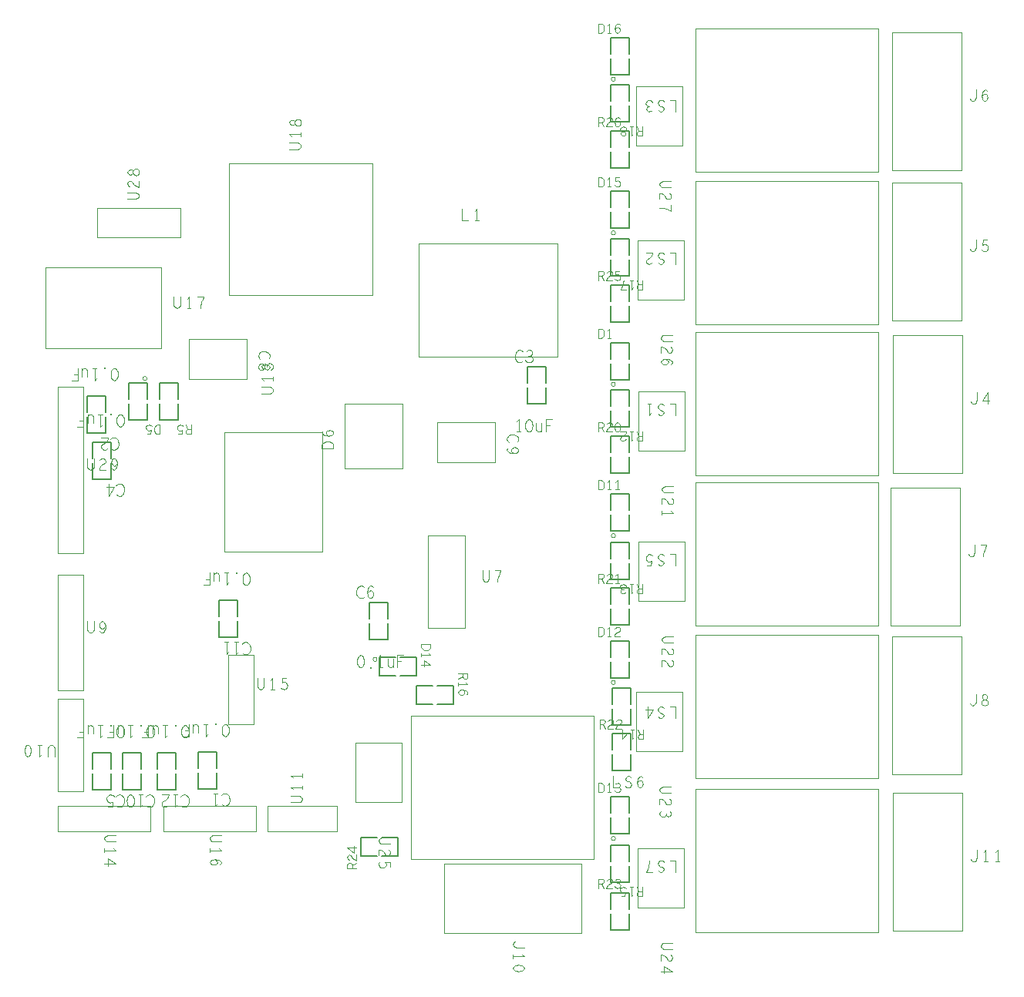
<source format=gbr>
G04 CAM350 V10.0.1 (Build 312) Date:  Fri Jul 29 09:56:05 2016 *
G04 Database: C:\arctmp\odbjob_v7\odbjob_v7.cam *
G04 Layer 1: sst *
%FSLAX23Y23*%
%MOIN*%
%SFA1.000B1.000*%

%MIA0B0*%
%IPPOS*%
%ADD10C,0.00000*%
%ADD11C,0.00800*%
%LNsst*%
%LPD*%
G54D10*
X14690Y8420D02*
G01X15190D01*
Y8420D02*
G01Y8770D01*
Y8770D02*
G01X14690D01*
Y8770D02*
G01Y8420D01*
X15245Y8645D02*
G01Y8609D01*
Y8609D02*
G01X15248Y8602D01*
Y8602D02*
G01X15253Y8597D01*
Y8597D02*
G01X15259Y8595D01*
Y8595D02*
G01X15265Y8597D01*
Y8597D02*
G01X15270Y8602D01*
Y8602D02*
G01X15273Y8609D01*
Y8609D02*
G01Y8645D01*
X15310Y8595D02*
G01Y8645D01*
Y8645D02*
G01X15302Y8635D01*
Y8595D02*
G01X15318D01*
X15360D02*
G01X15361Y8606D01*
Y8606D02*
G01X15363Y8615D01*
Y8615D02*
G01X15365Y8623D01*
Y8623D02*
G01X15369Y8632D01*
Y8632D02*
G01X15374Y8645D01*
Y8645D02*
G01X15348D01*
X16385Y8101D02*
G01Y7929D01*
Y7929D02*
G01X16635D01*
Y7929D02*
G01Y8101D01*
Y8101D02*
G01X16385D01*
X16731Y8017D02*
G01X16733Y8021D01*
Y8021D02*
G01X16735Y8025D01*
Y8025D02*
G01Y8030D01*
Y8030D02*
G01X16732Y8036D01*
Y8036D02*
G01X16728Y8040D01*
Y8040D02*
G01X16723Y8044D01*
Y8044D02*
G01X16715Y8046D01*
Y8046D02*
G01X16707Y8047D01*
Y8047D02*
G01X16700Y8046D01*
Y8046D02*
G01X16695Y8044D01*
Y8044D02*
G01X16690Y8040D01*
Y8040D02*
G01X16687Y8035D01*
Y8035D02*
G01X16685Y8031D01*
Y8031D02*
G01Y8027D01*
Y8027D02*
G01X16687Y8022D01*
Y8022D02*
G01X16689Y8018D01*
Y8018D02*
G01X16692Y8015D01*
X16691Y7991D02*
G01X16687Y7986D01*
Y7986D02*
G01X16685Y7981D01*
Y7981D02*
G01X16687Y7976D01*
Y7976D02*
G01X16692Y7972D01*
Y7972D02*
G01X16699Y7969D01*
Y7969D02*
G01X16707Y7967D01*
Y7967D02*
G01X16716D01*
Y7967D02*
G01X16723Y7969D01*
Y7969D02*
G01X16730Y7972D01*
Y7972D02*
G01X16733Y7976D01*
Y7976D02*
G01X16735Y7980D01*
Y7980D02*
G01X16733Y7985D01*
Y7985D02*
G01X16730Y7989D01*
Y7989D02*
G01X16725Y7991D01*
Y7991D02*
G01X16718Y7993D01*
Y7993D02*
G01X16713Y7991D01*
Y7991D02*
G01X16707Y7988D01*
Y7988D02*
G01X16703Y7984D01*
Y7984D02*
G01X16702Y7980D01*
Y7980D02*
G01X16704Y7975D01*
Y7975D02*
G01X16708Y7971D01*
Y7971D02*
G01X16716Y7967D01*
X15310Y8461D02*
G01Y8289D01*
Y8289D02*
G01X15560D01*
Y8289D02*
G01Y8461D01*
Y8461D02*
G01X15310D01*
X15656Y8377D02*
G01X15658Y8381D01*
Y8381D02*
G01X15660Y8385D01*
Y8385D02*
G01Y8390D01*
Y8390D02*
G01X15657Y8396D01*
Y8396D02*
G01X15653Y8400D01*
Y8400D02*
G01X15648Y8404D01*
Y8404D02*
G01X15640Y8406D01*
Y8406D02*
G01X15632Y8407D01*
Y8407D02*
G01X15625Y8406D01*
Y8406D02*
G01X15620Y8404D01*
Y8404D02*
G01X15615Y8400D01*
Y8400D02*
G01X15612Y8395D01*
Y8395D02*
G01X15610Y8391D01*
Y8391D02*
G01Y8387D01*
Y8387D02*
G01X15612Y8382D01*
Y8382D02*
G01X15614Y8378D01*
Y8378D02*
G01X15617Y8375D01*
X15610Y8340D02*
G01X15611Y8336D01*
Y8336D02*
G01X15613Y8331D01*
Y8331D02*
G01X15617Y8327D01*
Y8327D02*
G01X15623Y8326D01*
Y8326D02*
G01X15629Y8327D01*
Y8327D02*
G01X15634Y8331D01*
Y8331D02*
G01X15637Y8337D01*
Y8337D02*
G01Y8343D01*
Y8343D02*
G01X15638Y8347D01*
Y8347D02*
G01X15642Y8350D01*
Y8350D02*
G01X15648Y8351D01*
Y8351D02*
G01X15654Y8349D01*
Y8349D02*
G01X15658Y8345D01*
Y8345D02*
G01X15660Y8340D01*
Y8340D02*
G01X15658Y8335D01*
Y8335D02*
G01X15654Y8331D01*
Y8331D02*
G01X15648Y8329D01*
Y8329D02*
G01X15642Y8330D01*
Y8330D02*
G01X15638Y8333D01*
Y8333D02*
G01X15637Y8337D01*
Y8337D02*
G01Y8343D01*
Y8343D02*
G01X15634Y8349D01*
Y8349D02*
G01X15629Y8353D01*
Y8353D02*
G01X15623Y8354D01*
Y8354D02*
G01X15617Y8353D01*
Y8353D02*
G01X15613Y8349D01*
Y8349D02*
G01X15611Y8344D01*
Y8344D02*
G01X15610Y8340D01*
X16105Y8650D02*
G01Y9220D01*
Y9220D02*
G01X15485D01*
Y9220D02*
G01Y8650D01*
Y8650D02*
G01X16105D01*
X15745Y9282D02*
G01X15781D01*
Y9282D02*
G01X15788Y9285D01*
Y9285D02*
G01X15793Y9290D01*
Y9290D02*
G01X15795Y9296D01*
Y9296D02*
G01X15793Y9302D01*
Y9302D02*
G01X15788Y9307D01*
Y9307D02*
G01X15781Y9310D01*
Y9310D02*
G01X15745D01*
X15795Y9347D02*
G01X15745D01*
Y9347D02*
G01X15755Y9339D01*
X15795D02*
G01Y9355D01*
Y9398D02*
G01X15794Y9402D01*
Y9402D02*
G01X15792Y9407D01*
Y9407D02*
G01X15788Y9411D01*
Y9411D02*
G01X15782Y9412D01*
Y9412D02*
G01X15776Y9411D01*
Y9411D02*
G01X15771Y9407D01*
Y9407D02*
G01X15768Y9401D01*
Y9401D02*
G01Y9395D01*
Y9395D02*
G01X15767Y9391D01*
Y9391D02*
G01X15763Y9388D01*
Y9388D02*
G01X15757Y9387D01*
Y9387D02*
G01X15751Y9389D01*
Y9389D02*
G01X15747Y9393D01*
Y9393D02*
G01X15745Y9398D01*
Y9398D02*
G01X15747Y9403D01*
Y9403D02*
G01X15751Y9407D01*
Y9407D02*
G01X15757Y9409D01*
Y9409D02*
G01X15763Y9408D01*
Y9408D02*
G01X15767Y9405D01*
Y9405D02*
G01X15768Y9401D01*
Y9401D02*
G01Y9395D01*
Y9395D02*
G01X15771Y9389D01*
Y9389D02*
G01X15776Y9385D01*
Y9385D02*
G01X15782Y9384D01*
Y9384D02*
G01X15788Y9385D01*
Y9385D02*
G01X15792Y9389D01*
Y9389D02*
G01X15794Y9394D01*
Y9394D02*
G01X15795Y9398D01*
X16270Y6210D02*
G01X17060D01*
Y6210D02*
G01Y6830D01*
Y6830D02*
G01X16270D01*
Y6830D02*
G01Y6210D01*
X17145Y6570D02*
G01Y6520D01*
Y6520D02*
G01X17171D01*
X17196Y6527D02*
G01X17201Y6522D01*
Y6522D02*
G01X17206Y6520D01*
Y6520D02*
G01X17212D01*
Y6520D02*
G01X17217Y6522D01*
Y6522D02*
G01X17220Y6527D01*
Y6527D02*
G01X17222Y6533D01*
Y6533D02*
G01X17221Y6538D01*
Y6538D02*
G01X17218Y6543D01*
Y6543D02*
G01X17212Y6547D01*
Y6547D02*
G01X17205Y6548D01*
Y6548D02*
G01X17200Y6552D01*
Y6552D02*
G01X17198Y6557D01*
Y6557D02*
G01X17200Y6563D01*
Y6563D02*
G01X17203Y6567D01*
Y6567D02*
G01X17207Y6570D01*
Y6570D02*
G01X17212D01*
Y6570D02*
G01X17216Y6568D01*
Y6568D02*
G01X17220Y6564D01*
X17248Y6541D02*
G01X17252Y6547D01*
Y6547D02*
G01X17256Y6550D01*
Y6550D02*
G01X17261Y6552D01*
Y6552D02*
G01X17266Y6550D01*
Y6550D02*
G01X17269Y6547D01*
Y6547D02*
G01X17271Y6542D01*
Y6542D02*
G01X17272Y6536D01*
Y6536D02*
G01X17271Y6531D01*
Y6531D02*
G01X17269Y6526D01*
Y6526D02*
G01X17265Y6522D01*
Y6522D02*
G01X17261Y6520D01*
Y6520D02*
G01X17256Y6522D01*
Y6522D02*
G01X17251Y6527D01*
Y6527D02*
G01X17249Y6534D01*
Y6534D02*
G01X17248Y6542D01*
Y6542D02*
G01X17249Y6553D01*
Y6553D02*
G01X17251Y6559D01*
Y6559D02*
G01X17254Y6565D01*
Y6565D02*
G01X17259Y6569D01*
Y6569D02*
G01X17263Y6570D01*
Y6570D02*
G01X17268Y6568D01*
Y6568D02*
G01X17271Y6564D01*
X18290Y6515D02*
G01X17500D01*
Y6515D02*
G01Y5895D01*
Y5895D02*
G01X18290D01*
Y5895D02*
G01Y6515D01*
X17415Y6155D02*
G01Y6205D01*
Y6205D02*
G01X17389D01*
X17364Y6198D02*
G01X17359Y6203D01*
Y6203D02*
G01X17354Y6205D01*
Y6205D02*
G01X17348D01*
Y6205D02*
G01X17343Y6203D01*
Y6203D02*
G01X17340Y6198D01*
Y6198D02*
G01X17338Y6192D01*
Y6192D02*
G01X17339Y6187D01*
Y6187D02*
G01X17342Y6182D01*
Y6182D02*
G01X17348Y6178D01*
Y6178D02*
G01X17355Y6177D01*
Y6177D02*
G01X17360Y6173D01*
Y6173D02*
G01X17362Y6168D01*
Y6168D02*
G01X17360Y6162D01*
Y6162D02*
G01X17357Y6158D01*
Y6158D02*
G01X17353Y6155D01*
Y6155D02*
G01X17348D01*
Y6155D02*
G01X17344Y6157D01*
Y6157D02*
G01X17340Y6161D01*
X17301Y6205D02*
G01X17300Y6194D01*
Y6194D02*
G01X17298Y6185D01*
Y6185D02*
G01X17296Y6177D01*
Y6177D02*
G01X17292Y6168D01*
Y6168D02*
G01X17287Y6155D01*
Y6155D02*
G01X17313D01*
X18290Y7180D02*
G01X17500D01*
Y7180D02*
G01Y6560D01*
Y6560D02*
G01X18290D01*
Y6560D02*
G01Y7180D01*
X17415Y6820D02*
G01Y6870D01*
Y6870D02*
G01X17389D01*
X17364Y6863D02*
G01X17359Y6868D01*
Y6868D02*
G01X17354Y6870D01*
Y6870D02*
G01X17348D01*
Y6870D02*
G01X17343Y6868D01*
Y6868D02*
G01X17340Y6863D01*
Y6863D02*
G01X17338Y6857D01*
Y6857D02*
G01X17339Y6852D01*
Y6852D02*
G01X17342Y6847D01*
Y6847D02*
G01X17348Y6843D01*
Y6843D02*
G01X17355Y6842D01*
Y6842D02*
G01X17360Y6838D01*
Y6838D02*
G01X17362Y6833D01*
Y6833D02*
G01X17360Y6827D01*
Y6827D02*
G01X17357Y6823D01*
Y6823D02*
G01X17353Y6820D01*
Y6820D02*
G01X17348D01*
Y6820D02*
G01X17344Y6822D01*
Y6822D02*
G01X17340Y6826D01*
X17292Y6870D02*
G01Y6820D01*
Y6820D02*
G01X17316Y6856D01*
Y6856D02*
G01X17284D01*
X18290Y7840D02*
G01X17500D01*
Y7840D02*
G01Y7220D01*
Y7220D02*
G01X18290D01*
Y7220D02*
G01Y7840D01*
X17415Y7480D02*
G01Y7530D01*
Y7530D02*
G01X17389D01*
X17364Y7523D02*
G01X17359Y7528D01*
Y7528D02*
G01X17354Y7530D01*
Y7530D02*
G01X17348D01*
Y7530D02*
G01X17343Y7528D01*
Y7528D02*
G01X17340Y7523D01*
Y7523D02*
G01X17338Y7517D01*
Y7517D02*
G01X17339Y7512D01*
Y7512D02*
G01X17342Y7507D01*
Y7507D02*
G01X17348Y7503D01*
Y7503D02*
G01X17355Y7502D01*
Y7502D02*
G01X17360Y7498D01*
Y7498D02*
G01X17362Y7493D01*
Y7493D02*
G01X17360Y7487D01*
Y7487D02*
G01X17357Y7483D01*
Y7483D02*
G01X17353Y7480D01*
Y7480D02*
G01X17348D01*
Y7480D02*
G01X17344Y7482D01*
Y7482D02*
G01X17340Y7486D01*
X17314Y7523D02*
G01X17310Y7527D01*
Y7527D02*
G01X17306Y7529D01*
Y7529D02*
G01X17300Y7530D01*
Y7530D02*
G01X17294Y7528D01*
Y7528D02*
G01X17290Y7525D01*
Y7525D02*
G01X17287Y7519D01*
Y7519D02*
G01X17286Y7513D01*
Y7513D02*
G01X17287Y7506D01*
Y7506D02*
G01X17291Y7502D01*
Y7502D02*
G01X17295Y7498D01*
Y7498D02*
G01X17299D01*
Y7498D02*
G01X17304D01*
Y7498D02*
G01X17309Y7502D01*
Y7502D02*
G01X17308Y7480D01*
Y7480D02*
G01X17291D01*
X18290Y8490D02*
G01X17500D01*
Y8490D02*
G01Y7870D01*
Y7870D02*
G01X18290D01*
Y7870D02*
G01Y8490D01*
X17415Y8130D02*
G01Y8180D01*
Y8180D02*
G01X17389D01*
X17364Y8173D02*
G01X17359Y8178D01*
Y8178D02*
G01X17354Y8180D01*
Y8180D02*
G01X17348D01*
Y8180D02*
G01X17343Y8178D01*
Y8178D02*
G01X17340Y8173D01*
Y8173D02*
G01X17338Y8167D01*
Y8167D02*
G01X17339Y8162D01*
Y8162D02*
G01X17342Y8157D01*
Y8157D02*
G01X17348Y8153D01*
Y8153D02*
G01X17355Y8152D01*
Y8152D02*
G01X17360Y8148D01*
Y8148D02*
G01X17362Y8143D01*
Y8143D02*
G01X17360Y8137D01*
Y8137D02*
G01X17357Y8133D01*
Y8133D02*
G01X17353Y8130D01*
Y8130D02*
G01X17348D01*
Y8130D02*
G01X17344Y8132D01*
Y8132D02*
G01X17340Y8136D01*
X17300Y8180D02*
G01Y8130D01*
Y8130D02*
G01X17308Y8140D01*
Y8180D02*
G01X17292D01*
X18290Y9145D02*
G01X17500D01*
Y9145D02*
G01Y8525D01*
Y8525D02*
G01X18290D01*
Y8525D02*
G01Y9145D01*
X17415Y8785D02*
G01Y8835D01*
Y8835D02*
G01X17389D01*
X17364Y8828D02*
G01X17359Y8833D01*
Y8833D02*
G01X17354Y8835D01*
Y8835D02*
G01X17348D01*
Y8835D02*
G01X17343Y8833D01*
Y8833D02*
G01X17340Y8828D01*
Y8828D02*
G01X17338Y8822D01*
Y8822D02*
G01X17339Y8817D01*
Y8817D02*
G01X17342Y8812D01*
Y8812D02*
G01X17348Y8808D01*
Y8808D02*
G01X17355Y8807D01*
Y8807D02*
G01X17360Y8803D01*
Y8803D02*
G01X17362Y8798D01*
Y8798D02*
G01X17360Y8792D01*
Y8792D02*
G01X17357Y8788D01*
Y8788D02*
G01X17353Y8785D01*
Y8785D02*
G01X17348D01*
Y8785D02*
G01X17344Y8787D01*
Y8787D02*
G01X17340Y8791D01*
X17312Y8793D02*
G01X17308Y8788D01*
Y8788D02*
G01X17304Y8786D01*
Y8786D02*
G01X17299Y8785D01*
Y8785D02*
G01X17292Y8787D01*
Y8787D02*
G01X17288Y8791D01*
Y8791D02*
G01X17287Y8796D01*
Y8796D02*
G01Y8801D01*
Y8801D02*
G01X17290Y8805D01*
Y8805D02*
G01X17303Y8813D01*
Y8813D02*
G01X17308Y8819D01*
Y8819D02*
G01X17312Y8828D01*
Y8828D02*
G01X17313Y8835D01*
Y8835D02*
G01X17287D01*
X18290Y9805D02*
G01X17500D01*
Y9805D02*
G01Y9185D01*
Y9185D02*
G01X18290D01*
Y9185D02*
G01Y9805D01*
X17415Y9445D02*
G01Y9495D01*
Y9495D02*
G01X17389D01*
X17364Y9488D02*
G01X17359Y9493D01*
Y9493D02*
G01X17354Y9495D01*
Y9495D02*
G01X17348D01*
Y9495D02*
G01X17343Y9493D01*
Y9493D02*
G01X17340Y9488D01*
Y9488D02*
G01X17338Y9482D01*
Y9482D02*
G01X17339Y9477D01*
Y9477D02*
G01X17342Y9472D01*
Y9472D02*
G01X17348Y9468D01*
Y9468D02*
G01X17355Y9467D01*
Y9467D02*
G01X17360Y9463D01*
Y9463D02*
G01X17362Y9458D01*
Y9458D02*
G01X17360Y9452D01*
Y9452D02*
G01X17357Y9448D01*
Y9448D02*
G01X17353Y9445D01*
Y9445D02*
G01X17348D01*
Y9445D02*
G01X17344Y9447D01*
Y9447D02*
G01X17340Y9451D01*
X17314Y9485D02*
G01X17310Y9491D01*
Y9491D02*
G01X17305Y9494D01*
Y9494D02*
G01X17299Y9495D01*
Y9495D02*
G01X17294Y9494D01*
Y9494D02*
G01X17289Y9490D01*
Y9490D02*
G01X17286Y9485D01*
Y9485D02*
G01X17285Y9480D01*
Y9480D02*
G01X17287Y9474D01*
Y9474D02*
G01X17291Y9470D01*
Y9470D02*
G01X17296Y9468D01*
Y9468D02*
G01X17301D01*
X17296D02*
G01X17292Y9466D01*
Y9466D02*
G01X17289Y9462D01*
Y9462D02*
G01X17287Y9457D01*
Y9457D02*
G01X17289Y9452D01*
Y9452D02*
G01X17292Y9448D01*
Y9448D02*
G01X17297Y9445D01*
Y9445D02*
G01X17303Y9446D01*
Y9446D02*
G01X17309Y9449D01*
X16412Y6190D02*
G01Y5890D01*
Y5890D02*
G01X17008D01*
Y5890D02*
G01Y6190D01*
Y6190D02*
G01X16412D01*
X16720Y5854D02*
G01X16715Y5850D01*
Y5850D02*
G01X16712Y5847D01*
Y5847D02*
G01X16710Y5842D01*
Y5842D02*
G01X16712Y5837D01*
Y5837D02*
G01X16715Y5833D01*
Y5833D02*
G01X16720Y5830D01*
Y5830D02*
G01X16727Y5828D01*
Y5828D02*
G01X16760D01*
X16710Y5790D02*
G01X16760D01*
Y5790D02*
G01X16750Y5798D01*
X16710D02*
G01Y5782D01*
X16760Y5739D02*
G01X16758Y5744D01*
Y5744D02*
G01X16754Y5748D01*
Y5748D02*
G01X16749Y5750D01*
Y5750D02*
G01X16742Y5752D01*
Y5752D02*
G01X16735Y5753D01*
Y5753D02*
G01X16727Y5752D01*
Y5752D02*
G01X16721Y5750D01*
Y5750D02*
G01X16716Y5748D01*
Y5748D02*
G01X16712Y5744D01*
Y5744D02*
G01X16710Y5739D01*
Y5739D02*
G01X16712Y5734D01*
Y5734D02*
G01X16716Y5730D01*
Y5730D02*
G01X16721Y5728D01*
Y5728D02*
G01X16727Y5726D01*
Y5726D02*
G01X16735Y5725D01*
Y5725D02*
G01X16742Y5726D01*
Y5726D02*
G01X16749Y5728D01*
Y5728D02*
G01X16754Y5730D01*
Y5730D02*
G01X16758Y5734D01*
Y5734D02*
G01X16760Y5739D01*
X18355Y5902D02*
G01X18655D01*
Y5902D02*
G01Y6498D01*
Y6498D02*
G01X18355D01*
Y6498D02*
G01Y5902D01*
X18691Y6210D02*
G01X18695Y6205D01*
Y6205D02*
G01X18698Y6202D01*
Y6202D02*
G01X18703Y6200D01*
Y6200D02*
G01X18708Y6202D01*
Y6202D02*
G01X18712Y6205D01*
Y6205D02*
G01X18715Y6210D01*
Y6210D02*
G01X18717Y6217D01*
Y6217D02*
G01Y6250D01*
X18755Y6200D02*
G01Y6250D01*
Y6250D02*
G01X18747Y6240D01*
Y6200D02*
G01X18763D01*
X18806D02*
G01Y6250D01*
Y6250D02*
G01X18798Y6240D01*
Y6200D02*
G01X18814D01*
X18350Y6577D02*
G01X18650D01*
Y6577D02*
G01Y7173D01*
Y7173D02*
G01X18350D01*
Y7173D02*
G01Y6577D01*
X18686Y6885D02*
G01X18690Y6880D01*
Y6880D02*
G01X18693Y6877D01*
Y6877D02*
G01X18698Y6875D01*
Y6875D02*
G01X18703Y6877D01*
Y6877D02*
G01X18707Y6880D01*
Y6880D02*
G01X18710Y6885D01*
Y6885D02*
G01X18712Y6892D01*
Y6892D02*
G01Y6925D01*
X18750Y6875D02*
G01X18754Y6876D01*
Y6876D02*
G01X18759Y6878D01*
Y6878D02*
G01X18763Y6882D01*
Y6882D02*
G01X18764Y6888D01*
Y6888D02*
G01X18763Y6894D01*
Y6894D02*
G01X18759Y6899D01*
Y6899D02*
G01X18753Y6902D01*
Y6902D02*
G01X18747D01*
Y6902D02*
G01X18743Y6903D01*
Y6903D02*
G01X18740Y6907D01*
Y6907D02*
G01X18739Y6913D01*
Y6913D02*
G01X18741Y6919D01*
Y6919D02*
G01X18745Y6923D01*
Y6923D02*
G01X18750Y6925D01*
Y6925D02*
G01X18755Y6923D01*
Y6923D02*
G01X18759Y6919D01*
Y6919D02*
G01X18761Y6913D01*
Y6913D02*
G01X18760Y6907D01*
Y6907D02*
G01X18757Y6903D01*
Y6903D02*
G01X18753Y6902D01*
Y6902D02*
G01X18747D01*
Y6902D02*
G01X18741Y6899D01*
Y6899D02*
G01X18737Y6894D01*
Y6894D02*
G01X18736Y6888D01*
Y6888D02*
G01X18737Y6882D01*
Y6882D02*
G01X18741Y6878D01*
Y6878D02*
G01X18746Y6876D01*
Y6876D02*
G01X18750Y6875D01*
X18345Y7222D02*
G01X18645D01*
Y7222D02*
G01Y7818D01*
Y7818D02*
G01X18345D01*
Y7818D02*
G01Y7222D01*
X18681Y7530D02*
G01X18685Y7525D01*
Y7525D02*
G01X18688Y7522D01*
Y7522D02*
G01X18693Y7520D01*
Y7520D02*
G01X18698Y7522D01*
Y7522D02*
G01X18702Y7525D01*
Y7525D02*
G01X18705Y7530D01*
Y7530D02*
G01X18707Y7537D01*
Y7537D02*
G01Y7570D01*
X18744Y7520D02*
G01X18745Y7531D01*
Y7531D02*
G01X18747Y7540D01*
Y7540D02*
G01X18749Y7548D01*
Y7548D02*
G01X18753Y7557D01*
Y7557D02*
G01X18758Y7570D01*
Y7570D02*
G01X18732D01*
X18355Y7882D02*
G01X18655D01*
Y7882D02*
G01Y8478D01*
Y8478D02*
G01X18355D01*
Y8478D02*
G01Y7882D01*
X18691Y8190D02*
G01X18695Y8185D01*
Y8185D02*
G01X18698Y8182D01*
Y8182D02*
G01X18703Y8180D01*
Y8180D02*
G01X18708Y8182D01*
Y8182D02*
G01X18712Y8185D01*
Y8185D02*
G01X18715Y8190D01*
Y8190D02*
G01X18717Y8197D01*
Y8197D02*
G01Y8230D01*
X18763Y8180D02*
G01Y8230D01*
Y8230D02*
G01X18739Y8194D01*
Y8194D02*
G01X18771D01*
X18350Y8542D02*
G01X18650D01*
Y8542D02*
G01Y9138D01*
Y9138D02*
G01X18350D01*
Y9138D02*
G01Y8542D01*
X18686Y8850D02*
G01X18690Y8845D01*
Y8845D02*
G01X18693Y8842D01*
Y8842D02*
G01X18698Y8840D01*
Y8840D02*
G01X18703Y8842D01*
Y8842D02*
G01X18707Y8845D01*
Y8845D02*
G01X18710Y8850D01*
Y8850D02*
G01X18712Y8857D01*
Y8857D02*
G01Y8890D01*
X18736Y8847D02*
G01X18740Y8843D01*
Y8843D02*
G01X18744Y8841D01*
Y8841D02*
G01X18750Y8840D01*
Y8840D02*
G01X18756Y8842D01*
Y8842D02*
G01X18760Y8845D01*
Y8845D02*
G01X18763Y8851D01*
Y8851D02*
G01X18764Y8857D01*
Y8857D02*
G01X18763Y8864D01*
Y8864D02*
G01X18759Y8868D01*
Y8868D02*
G01X18755Y8872D01*
Y8872D02*
G01X18751D01*
Y8872D02*
G01X18746D01*
Y8872D02*
G01X18741Y8868D01*
Y8868D02*
G01X18742Y8890D01*
Y8890D02*
G01X18759D01*
X18350Y9192D02*
G01X18650D01*
Y9192D02*
G01Y9788D01*
Y9788D02*
G01X18350D01*
Y9788D02*
G01Y9192D01*
X18686Y9500D02*
G01X18690Y9495D01*
Y9495D02*
G01X18693Y9492D01*
Y9492D02*
G01X18698Y9490D01*
Y9490D02*
G01X18703Y9492D01*
Y9492D02*
G01X18707Y9495D01*
Y9495D02*
G01X18710Y9500D01*
Y9500D02*
G01X18712Y9507D01*
Y9507D02*
G01Y9540D01*
X18738Y9511D02*
G01X18742Y9517D01*
Y9517D02*
G01X18746Y9520D01*
Y9520D02*
G01X18751Y9522D01*
Y9522D02*
G01X18756Y9520D01*
Y9520D02*
G01X18759Y9517D01*
Y9517D02*
G01X18761Y9512D01*
Y9512D02*
G01X18762Y9506D01*
Y9506D02*
G01X18761Y9501D01*
Y9501D02*
G01X18759Y9496D01*
Y9496D02*
G01X18755Y9492D01*
Y9492D02*
G01X18751Y9490D01*
Y9490D02*
G01X18746Y9492D01*
Y9492D02*
G01X18741Y9497D01*
Y9497D02*
G01X18739Y9504D01*
Y9504D02*
G01X18738Y9512D01*
Y9512D02*
G01X18739Y9523D01*
Y9523D02*
G01X18741Y9529D01*
Y9529D02*
G01X18744Y9535D01*
Y9535D02*
G01X18749Y9539D01*
Y9539D02*
G01X18753Y9540D01*
Y9540D02*
G01X18758Y9538D01*
Y9538D02*
G01X18761Y9534D01*
X16030Y6713D02*
G01Y6457D01*
Y6457D02*
G01X16230D01*
Y6457D02*
G01Y6713D01*
Y6713D02*
G01X16030D01*
X16180Y6304D02*
G01X16144D01*
Y6304D02*
G01X16137Y6301D01*
Y6301D02*
G01X16132Y6296D01*
Y6296D02*
G01X16130Y6290D01*
Y6290D02*
G01X16132Y6284D01*
Y6284D02*
G01X16137Y6279D01*
Y6279D02*
G01X16144Y6276D01*
Y6276D02*
G01X16180D01*
X16172Y6251D02*
G01X16177Y6247D01*
Y6247D02*
G01X16179Y6243D01*
Y6243D02*
G01X16180Y6238D01*
Y6238D02*
G01X16178Y6231D01*
Y6231D02*
G01X16174Y6227D01*
Y6227D02*
G01X16169Y6226D01*
Y6226D02*
G01X16164D01*
Y6226D02*
G01X16160Y6229D01*
Y6229D02*
G01X16152Y6242D01*
Y6242D02*
G01X16146Y6247D01*
Y6247D02*
G01X16137Y6251D01*
Y6251D02*
G01X16130Y6252D01*
Y6252D02*
G01Y6226D01*
X16137Y6202D02*
G01X16133Y6198D01*
Y6198D02*
G01X16131Y6194D01*
Y6194D02*
G01X16130Y6188D01*
Y6188D02*
G01X16132Y6182D01*
Y6182D02*
G01X16135Y6178D01*
Y6178D02*
G01X16141Y6175D01*
Y6175D02*
G01X16147Y6174D01*
Y6174D02*
G01X16154Y6175D01*
Y6175D02*
G01X16158Y6179D01*
Y6179D02*
G01X16162Y6183D01*
Y6183D02*
G01Y6187D01*
Y6187D02*
G01Y6192D01*
Y6192D02*
G01X16158Y6197D01*
Y6197D02*
G01X16180Y6196D01*
Y6196D02*
G01Y6179D01*
X17250Y6258D02*
G01Y6002D01*
Y6002D02*
G01X17450D01*
Y6002D02*
G01Y6258D01*
Y6258D02*
G01X17250D01*
X17400Y5849D02*
G01X17364D01*
Y5849D02*
G01X17357Y5846D01*
Y5846D02*
G01X17352Y5841D01*
Y5841D02*
G01X17350Y5835D01*
Y5835D02*
G01X17352Y5829D01*
Y5829D02*
G01X17357Y5824D01*
Y5824D02*
G01X17364Y5821D01*
Y5821D02*
G01X17400D01*
X17392Y5796D02*
G01X17397Y5792D01*
Y5792D02*
G01X17399Y5788D01*
Y5788D02*
G01X17400Y5783D01*
Y5783D02*
G01X17398Y5776D01*
Y5776D02*
G01X17394Y5772D01*
Y5772D02*
G01X17389Y5771D01*
Y5771D02*
G01X17384D01*
Y5771D02*
G01X17380Y5774D01*
Y5774D02*
G01X17372Y5787D01*
Y5787D02*
G01X17366Y5792D01*
Y5792D02*
G01X17357Y5796D01*
Y5796D02*
G01X17350Y5797D01*
Y5797D02*
G01Y5771D01*
Y5725D02*
G01X17400D01*
Y5725D02*
G01X17364Y5749D01*
Y5749D02*
G01Y5717D01*
X17245Y6933D02*
G01Y6677D01*
Y6677D02*
G01X17445D01*
Y6677D02*
G01Y6933D01*
Y6933D02*
G01X17245D01*
X17395Y6524D02*
G01X17359D01*
Y6524D02*
G01X17352Y6521D01*
Y6521D02*
G01X17347Y6516D01*
Y6516D02*
G01X17345Y6510D01*
Y6510D02*
G01X17347Y6504D01*
Y6504D02*
G01X17352Y6499D01*
Y6499D02*
G01X17359Y6496D01*
Y6496D02*
G01X17395D01*
X17387Y6471D02*
G01X17392Y6467D01*
Y6467D02*
G01X17394Y6463D01*
Y6463D02*
G01X17395Y6458D01*
Y6458D02*
G01X17393Y6451D01*
Y6451D02*
G01X17389Y6447D01*
Y6447D02*
G01X17384Y6446D01*
Y6446D02*
G01X17379D01*
Y6446D02*
G01X17375Y6449D01*
Y6449D02*
G01X17367Y6462D01*
Y6462D02*
G01X17361Y6467D01*
Y6467D02*
G01X17352Y6471D01*
Y6471D02*
G01X17345Y6472D01*
Y6472D02*
G01Y6446D01*
X17355Y6422D02*
G01X17349Y6418D01*
Y6418D02*
G01X17346Y6413D01*
Y6413D02*
G01X17345Y6407D01*
Y6407D02*
G01X17346Y6402D01*
Y6402D02*
G01X17350Y6397D01*
Y6397D02*
G01X17355Y6394D01*
Y6394D02*
G01X17360Y6393D01*
Y6393D02*
G01X17366Y6395D01*
Y6395D02*
G01X17370Y6399D01*
Y6399D02*
G01X17372Y6404D01*
Y6404D02*
G01Y6409D01*
Y6404D02*
G01X17374Y6400D01*
Y6400D02*
G01X17378Y6397D01*
Y6397D02*
G01X17383Y6395D01*
Y6395D02*
G01X17388Y6397D01*
Y6397D02*
G01X17392Y6400D01*
Y6400D02*
G01X17395Y6405D01*
Y6405D02*
G01X17394Y6411D01*
Y6411D02*
G01X17391Y6417D01*
X17255Y7583D02*
G01Y7327D01*
Y7327D02*
G01X17455D01*
Y7327D02*
G01Y7583D01*
Y7583D02*
G01X17255D01*
X17405Y7174D02*
G01X17369D01*
Y7174D02*
G01X17362Y7171D01*
Y7171D02*
G01X17357Y7166D01*
Y7166D02*
G01X17355Y7160D01*
Y7160D02*
G01X17357Y7154D01*
Y7154D02*
G01X17362Y7149D01*
Y7149D02*
G01X17369Y7146D01*
Y7146D02*
G01X17405D01*
X17397Y7121D02*
G01X17402Y7117D01*
Y7117D02*
G01X17404Y7113D01*
Y7113D02*
G01X17405Y7108D01*
Y7108D02*
G01X17403Y7101D01*
Y7101D02*
G01X17399Y7097D01*
Y7097D02*
G01X17394Y7096D01*
Y7096D02*
G01X17389D01*
Y7096D02*
G01X17385Y7099D01*
Y7099D02*
G01X17377Y7112D01*
Y7112D02*
G01X17371Y7117D01*
Y7117D02*
G01X17362Y7121D01*
Y7121D02*
G01X17355Y7122D01*
Y7122D02*
G01Y7096D01*
X17397Y7070D02*
G01X17402Y7066D01*
Y7066D02*
G01X17404Y7062D01*
Y7062D02*
G01X17405Y7057D01*
Y7057D02*
G01X17403Y7050D01*
Y7050D02*
G01X17399Y7046D01*
Y7046D02*
G01X17394Y7045D01*
Y7045D02*
G01X17389D01*
Y7045D02*
G01X17385Y7048D01*
Y7048D02*
G01X17377Y7061D01*
Y7061D02*
G01X17371Y7066D01*
Y7066D02*
G01X17362Y7070D01*
Y7070D02*
G01X17355Y7071D01*
Y7071D02*
G01Y7045D01*
X17255Y8233D02*
G01Y7977D01*
Y7977D02*
G01X17455D01*
Y7977D02*
G01Y8233D01*
Y8233D02*
G01X17255D01*
X17405Y7824D02*
G01X17369D01*
Y7824D02*
G01X17362Y7821D01*
Y7821D02*
G01X17357Y7816D01*
Y7816D02*
G01X17355Y7810D01*
Y7810D02*
G01X17357Y7804D01*
Y7804D02*
G01X17362Y7799D01*
Y7799D02*
G01X17369Y7796D01*
Y7796D02*
G01X17405D01*
X17397Y7771D02*
G01X17402Y7767D01*
Y7767D02*
G01X17404Y7763D01*
Y7763D02*
G01X17405Y7758D01*
Y7758D02*
G01X17403Y7751D01*
Y7751D02*
G01X17399Y7747D01*
Y7747D02*
G01X17394Y7746D01*
Y7746D02*
G01X17389D01*
Y7746D02*
G01X17385Y7749D01*
Y7749D02*
G01X17377Y7762D01*
Y7762D02*
G01X17371Y7767D01*
Y7767D02*
G01X17362Y7771D01*
Y7771D02*
G01X17355Y7772D01*
Y7772D02*
G01Y7746D01*
Y7708D02*
G01X17405D01*
Y7708D02*
G01X17395Y7716D01*
X17355D02*
G01Y7700D01*
X17250Y8888D02*
G01Y8632D01*
Y8632D02*
G01X17450D01*
Y8632D02*
G01Y8888D01*
Y8888D02*
G01X17250D01*
X17400Y8479D02*
G01X17364D01*
Y8479D02*
G01X17357Y8476D01*
Y8476D02*
G01X17352Y8471D01*
Y8471D02*
G01X17350Y8465D01*
Y8465D02*
G01X17352Y8459D01*
Y8459D02*
G01X17357Y8454D01*
Y8454D02*
G01X17364Y8451D01*
Y8451D02*
G01X17400D01*
X17392Y8426D02*
G01X17397Y8422D01*
Y8422D02*
G01X17399Y8418D01*
Y8418D02*
G01X17400Y8413D01*
Y8413D02*
G01X17398Y8406D01*
Y8406D02*
G01X17394Y8402D01*
Y8402D02*
G01X17389Y8401D01*
Y8401D02*
G01X17384D01*
Y8401D02*
G01X17380Y8404D01*
Y8404D02*
G01X17372Y8417D01*
Y8417D02*
G01X17366Y8422D01*
Y8422D02*
G01X17357Y8426D01*
Y8426D02*
G01X17350Y8427D01*
Y8427D02*
G01Y8401D01*
X17371Y8375D02*
G01X17377Y8371D01*
Y8371D02*
G01X17380Y8367D01*
Y8367D02*
G01X17382Y8362D01*
Y8362D02*
G01X17380Y8357D01*
Y8357D02*
G01X17377Y8354D01*
Y8354D02*
G01X17372Y8352D01*
Y8352D02*
G01X17366Y8351D01*
Y8351D02*
G01X17361Y8352D01*
Y8352D02*
G01X17356Y8354D01*
Y8354D02*
G01X17352Y8358D01*
Y8358D02*
G01X17350Y8362D01*
Y8362D02*
G01X17352Y8367D01*
Y8367D02*
G01X17357Y8372D01*
Y8372D02*
G01X17364Y8374D01*
Y8374D02*
G01X17372Y8375D01*
Y8375D02*
G01X17383Y8374D01*
Y8374D02*
G01X17389Y8372D01*
Y8372D02*
G01X17395Y8369D01*
Y8369D02*
G01X17399Y8364D01*
Y8364D02*
G01X17400Y8360D01*
Y8360D02*
G01X17398Y8355D01*
Y8355D02*
G01X17394Y8352D01*
X17245Y9553D02*
G01Y9297D01*
Y9297D02*
G01X17445D01*
Y9297D02*
G01Y9553D01*
Y9553D02*
G01X17245D01*
X17395Y9144D02*
G01X17359D01*
Y9144D02*
G01X17352Y9141D01*
Y9141D02*
G01X17347Y9136D01*
Y9136D02*
G01X17345Y9130D01*
Y9130D02*
G01X17347Y9124D01*
Y9124D02*
G01X17352Y9119D01*
Y9119D02*
G01X17359Y9116D01*
Y9116D02*
G01X17395D01*
X17387Y9091D02*
G01X17392Y9087D01*
Y9087D02*
G01X17394Y9083D01*
Y9083D02*
G01X17395Y9078D01*
Y9078D02*
G01X17393Y9071D01*
Y9071D02*
G01X17389Y9067D01*
Y9067D02*
G01X17384Y9066D01*
Y9066D02*
G01X17379D01*
Y9066D02*
G01X17375Y9069D01*
Y9069D02*
G01X17367Y9082D01*
Y9082D02*
G01X17361Y9087D01*
Y9087D02*
G01X17352Y9091D01*
Y9091D02*
G01X17345Y9092D01*
Y9092D02*
G01Y9066D01*
Y9029D02*
G01X17356Y9028D01*
Y9028D02*
G01X17365Y9026D01*
Y9026D02*
G01X17373Y9024D01*
Y9024D02*
G01X17382Y9020D01*
Y9020D02*
G01X17395Y9015D01*
Y9015D02*
G01Y9041D01*
X16345Y7210D02*
G01X16505D01*
Y7210D02*
G01Y7610D01*
Y7610D02*
G01X16345D01*
Y7610D02*
G01Y7210D01*
X16580Y7460D02*
G01Y7424D01*
Y7424D02*
G01X16583Y7417D01*
Y7417D02*
G01X16588Y7412D01*
Y7412D02*
G01X16594Y7410D01*
Y7410D02*
G01X16600Y7412D01*
Y7412D02*
G01X16605Y7417D01*
Y7417D02*
G01X16608Y7424D01*
Y7424D02*
G01Y7460D01*
X16644Y7410D02*
G01X16645Y7421D01*
Y7421D02*
G01X16647Y7430D01*
Y7430D02*
G01X16649Y7438D01*
Y7438D02*
G01X16653Y7447D01*
Y7447D02*
G01X16658Y7460D01*
Y7460D02*
G01X16632D01*
X15480Y6795D02*
G01X15590D01*
Y6795D02*
G01Y7095D01*
Y7095D02*
G01X15480D01*
Y7095D02*
G01Y6795D01*
X15606Y6995D02*
G01Y6959D01*
Y6959D02*
G01X15609Y6952D01*
Y6952D02*
G01X15614Y6947D01*
Y6947D02*
G01X15620Y6945D01*
Y6945D02*
G01X15626Y6947D01*
Y6947D02*
G01X15631Y6952D01*
Y6952D02*
G01X15634Y6959D01*
Y6959D02*
G01Y6995D01*
X15671Y6945D02*
G01Y6995D01*
Y6995D02*
G01X15663Y6985D01*
Y6945D02*
G01X15679D01*
X15708Y6952D02*
G01X15712Y6948D01*
Y6948D02*
G01X15716Y6946D01*
Y6946D02*
G01X15722Y6945D01*
Y6945D02*
G01X15728Y6947D01*
Y6947D02*
G01X15732Y6950D01*
Y6950D02*
G01X15735Y6956D01*
Y6956D02*
G01X15736Y6962D01*
Y6962D02*
G01X15735Y6969D01*
Y6969D02*
G01X15731Y6973D01*
Y6973D02*
G01X15727Y6977D01*
Y6977D02*
G01X15723D01*
Y6977D02*
G01X15718D01*
Y6977D02*
G01X15713Y6973D01*
Y6973D02*
G01X15714Y6995D01*
Y6995D02*
G01X15731D01*
X15950Y6330D02*
G01Y6440D01*
Y6440D02*
G01X15650D01*
Y6440D02*
G01Y6330D01*
Y6330D02*
G01X15950D01*
X15750Y6456D02*
G01X15786D01*
Y6456D02*
G01X15793Y6459D01*
Y6459D02*
G01X15798Y6464D01*
Y6464D02*
G01X15800Y6470D01*
Y6470D02*
G01X15798Y6476D01*
Y6476D02*
G01X15793Y6481D01*
Y6481D02*
G01X15786Y6484D01*
Y6484D02*
G01X15750D01*
X15800Y6521D02*
G01X15750D01*
Y6521D02*
G01X15760Y6513D01*
X15800D02*
G01Y6529D01*
Y6572D02*
G01X15750D01*
Y6572D02*
G01X15760Y6564D01*
X15800D02*
G01Y6580D01*
X15200Y6440D02*
G01Y6330D01*
Y6330D02*
G01X15600D01*
Y6330D02*
G01Y6440D01*
Y6440D02*
G01X15200D01*
X15450Y6314D02*
G01X15414D01*
Y6314D02*
G01X15407Y6311D01*
Y6311D02*
G01X15402Y6306D01*
Y6306D02*
G01X15400Y6300D01*
Y6300D02*
G01X15402Y6294D01*
Y6294D02*
G01X15407Y6289D01*
Y6289D02*
G01X15414Y6286D01*
Y6286D02*
G01X15450D01*
X15400Y6249D02*
G01X15450D01*
Y6249D02*
G01X15440Y6257D01*
X15400D02*
G01Y6241D01*
X15421Y6210D02*
G01X15427Y6206D01*
Y6206D02*
G01X15430Y6202D01*
Y6202D02*
G01X15432Y6197D01*
Y6197D02*
G01X15430Y6192D01*
Y6192D02*
G01X15427Y6189D01*
Y6189D02*
G01X15422Y6187D01*
Y6187D02*
G01X15416Y6186D01*
Y6186D02*
G01X15411Y6187D01*
Y6187D02*
G01X15406Y6189D01*
Y6189D02*
G01X15402Y6193D01*
Y6193D02*
G01X15400Y6197D01*
Y6197D02*
G01X15402Y6202D01*
Y6202D02*
G01X15407Y6207D01*
Y6207D02*
G01X15414Y6209D01*
Y6209D02*
G01X15422Y6210D01*
Y6210D02*
G01X15433Y6209D01*
Y6209D02*
G01X15439Y6207D01*
Y6207D02*
G01X15445Y6204D01*
Y6204D02*
G01X15449Y6199D01*
Y6199D02*
G01X15450Y6195D01*
Y6195D02*
G01X15448Y6190D01*
Y6190D02*
G01X15444Y6187D01*
X14745Y6440D02*
G01Y6330D01*
Y6330D02*
G01X15145D01*
Y6330D02*
G01Y6440D01*
Y6440D02*
G01X14745D01*
X14995Y6314D02*
G01X14959D01*
Y6314D02*
G01X14952Y6311D01*
Y6311D02*
G01X14947Y6306D01*
Y6306D02*
G01X14945Y6300D01*
Y6300D02*
G01X14947Y6294D01*
Y6294D02*
G01X14952Y6289D01*
Y6289D02*
G01X14959Y6286D01*
Y6286D02*
G01X14995D01*
X14945Y6249D02*
G01X14995D01*
Y6249D02*
G01X14985Y6257D01*
X14945D02*
G01Y6241D01*
Y6190D02*
G01X14995D01*
Y6190D02*
G01X14959Y6214D01*
Y6214D02*
G01Y6182D01*
X14855Y6905D02*
G01X14745D01*
Y6905D02*
G01Y6505D01*
Y6505D02*
G01X14855D01*
Y6505D02*
G01Y6905D01*
X14729Y6655D02*
G01Y6691D01*
Y6691D02*
G01X14726Y6698D01*
Y6698D02*
G01X14721Y6703D01*
Y6703D02*
G01X14715Y6705D01*
Y6705D02*
G01X14709Y6703D01*
Y6703D02*
G01X14704Y6698D01*
Y6698D02*
G01X14701Y6691D01*
Y6691D02*
G01Y6655D01*
X14664Y6705D02*
G01Y6655D01*
Y6655D02*
G01X14672Y6665D01*
Y6705D02*
G01X14656D01*
X14613Y6655D02*
G01X14618Y6657D01*
Y6657D02*
G01X14622Y6661D01*
Y6661D02*
G01X14624Y6666D01*
Y6666D02*
G01X14626Y6673D01*
Y6673D02*
G01X14627Y6680D01*
Y6680D02*
G01X14626Y6688D01*
Y6688D02*
G01X14624Y6694D01*
Y6694D02*
G01X14622Y6699D01*
Y6699D02*
G01X14618Y6703D01*
Y6703D02*
G01X14613Y6705D01*
Y6705D02*
G01X14608Y6703D01*
Y6703D02*
G01X14604Y6699D01*
Y6699D02*
G01X14602Y6694D01*
Y6694D02*
G01X14600Y6688D01*
Y6688D02*
G01X14599Y6680D01*
Y6680D02*
G01X14600Y6673D01*
Y6673D02*
G01X14602Y6666D01*
Y6666D02*
G01X14604Y6661D01*
Y6661D02*
G01X14608Y6657D01*
Y6657D02*
G01X14613Y6655D01*
X14745Y6940D02*
G01X14855D01*
Y6940D02*
G01Y7440D01*
Y7440D02*
G01X14745D01*
Y7440D02*
G01Y6940D01*
X14871Y7240D02*
G01Y7204D01*
Y7204D02*
G01X14874Y7197D01*
Y7197D02*
G01X14879Y7192D01*
Y7192D02*
G01X14885Y7190D01*
Y7190D02*
G01X14891Y7192D01*
Y7192D02*
G01X14896Y7197D01*
Y7197D02*
G01X14899Y7204D01*
Y7204D02*
G01Y7240D01*
X14925Y7196D02*
G01X14930Y7192D01*
Y7192D02*
G01X14935Y7190D01*
Y7190D02*
G01X14940Y7192D01*
Y7192D02*
G01X14944Y7197D01*
Y7197D02*
G01X14947Y7204D01*
Y7204D02*
G01X14949Y7212D01*
Y7212D02*
G01Y7221D01*
Y7221D02*
G01X14947Y7228D01*
Y7228D02*
G01X14944Y7235D01*
Y7235D02*
G01X14940Y7238D01*
Y7238D02*
G01X14936Y7240D01*
Y7240D02*
G01X14931Y7238D01*
Y7238D02*
G01X14927Y7235D01*
Y7235D02*
G01X14925Y7230D01*
Y7230D02*
G01X14923Y7223D01*
Y7223D02*
G01X14925Y7218D01*
Y7218D02*
G01X14928Y7212D01*
Y7212D02*
G01X14932Y7208D01*
Y7208D02*
G01X14936Y7207D01*
Y7207D02*
G01X14941Y7209D01*
Y7209D02*
G01X14945Y7213D01*
Y7213D02*
G01X14949Y7221D01*
X14745Y7535D02*
G01X14855D01*
Y7535D02*
G01Y8255D01*
Y8255D02*
G01X14745D01*
Y8255D02*
G01Y7535D01*
X14871Y7945D02*
G01Y7909D01*
Y7909D02*
G01X14874Y7902D01*
Y7902D02*
G01X14879Y7897D01*
Y7897D02*
G01X14885Y7895D01*
Y7895D02*
G01X14891Y7897D01*
Y7897D02*
G01X14896Y7902D01*
Y7902D02*
G01X14899Y7909D01*
Y7909D02*
G01Y7945D01*
X14924Y7937D02*
G01X14928Y7942D01*
Y7942D02*
G01X14932Y7944D01*
Y7944D02*
G01X14937Y7945D01*
Y7945D02*
G01X14944Y7943D01*
Y7943D02*
G01X14948Y7939D01*
Y7939D02*
G01X14949Y7934D01*
Y7934D02*
G01Y7929D01*
Y7929D02*
G01X14946Y7925D01*
Y7925D02*
G01X14933Y7917D01*
Y7917D02*
G01X14928Y7911D01*
Y7911D02*
G01X14924Y7902D01*
Y7902D02*
G01X14923Y7895D01*
Y7895D02*
G01X14949D01*
X14976Y7901D02*
G01X14981Y7897D01*
Y7897D02*
G01X14986Y7895D01*
Y7895D02*
G01X14991Y7897D01*
Y7897D02*
G01X14995Y7902D01*
Y7902D02*
G01X14998Y7909D01*
Y7909D02*
G01X15000Y7917D01*
Y7917D02*
G01Y7926D01*
Y7926D02*
G01X14998Y7933D01*
Y7933D02*
G01X14995Y7940D01*
Y7940D02*
G01X14991Y7943D01*
Y7943D02*
G01X14987Y7945D01*
Y7945D02*
G01X14982Y7943D01*
Y7943D02*
G01X14978Y7940D01*
Y7940D02*
G01X14976Y7935D01*
Y7935D02*
G01X14974Y7928D01*
Y7928D02*
G01X14976Y7923D01*
Y7923D02*
G01X14979Y7917D01*
Y7917D02*
G01X14983Y7913D01*
Y7913D02*
G01X14987Y7912D01*
Y7912D02*
G01X14992Y7914D01*
Y7914D02*
G01X14996Y7918D01*
Y7918D02*
G01X15000Y7926D01*
X15275Y8901D02*
G01Y9029D01*
Y9029D02*
G01X14915D01*
Y9029D02*
G01Y8901D01*
Y8901D02*
G01X15275D01*
X15045Y9067D02*
G01X15081D01*
Y9067D02*
G01X15088Y9070D01*
Y9070D02*
G01X15093Y9075D01*
Y9075D02*
G01X15095Y9081D01*
Y9081D02*
G01X15093Y9087D01*
Y9087D02*
G01X15088Y9092D01*
Y9092D02*
G01X15081Y9095D01*
Y9095D02*
G01X15045D01*
X15053Y9120D02*
G01X15048Y9124D01*
Y9124D02*
G01X15046Y9128D01*
Y9128D02*
G01X15045Y9133D01*
Y9133D02*
G01X15047Y9140D01*
Y9140D02*
G01X15051Y9144D01*
Y9144D02*
G01X15056Y9145D01*
Y9145D02*
G01X15061D01*
Y9145D02*
G01X15065Y9142D01*
Y9142D02*
G01X15073Y9129D01*
Y9129D02*
G01X15079Y9124D01*
Y9124D02*
G01X15088Y9120D01*
Y9120D02*
G01X15095Y9119D01*
Y9119D02*
G01Y9145D01*
Y9183D02*
G01X15094Y9187D01*
Y9187D02*
G01X15092Y9192D01*
Y9192D02*
G01X15088Y9196D01*
Y9196D02*
G01X15082Y9197D01*
Y9197D02*
G01X15076Y9196D01*
Y9196D02*
G01X15071Y9192D01*
Y9192D02*
G01X15068Y9186D01*
Y9186D02*
G01Y9180D01*
Y9180D02*
G01X15067Y9176D01*
Y9176D02*
G01X15063Y9173D01*
Y9173D02*
G01X15057Y9172D01*
Y9172D02*
G01X15051Y9174D01*
Y9174D02*
G01X15047Y9178D01*
Y9178D02*
G01X15045Y9183D01*
Y9183D02*
G01X15047Y9188D01*
Y9188D02*
G01X15051Y9192D01*
Y9192D02*
G01X15057Y9194D01*
Y9194D02*
G01X15063Y9193D01*
Y9193D02*
G01X15067Y9190D01*
Y9190D02*
G01X15068Y9186D01*
Y9186D02*
G01Y9180D01*
Y9180D02*
G01X15071Y9174D01*
Y9174D02*
G01X15076Y9170D01*
Y9170D02*
G01X15082Y9169D01*
Y9169D02*
G01X15088Y9170D01*
Y9170D02*
G01X15092Y9174D01*
Y9174D02*
G01X15094Y9179D01*
Y9179D02*
G01X15095Y9183D01*
G54D11*
X14940Y8055D02*
G01X14870D01*
Y8055D02*
G01Y8125D01*
X14940Y8055D02*
G01X14950D01*
Y8055D02*
G01Y8125D01*
Y8145D02*
G01Y8215D01*
Y8215D02*
G01X14870D01*
Y8215D02*
G01Y8145D01*
G54D10*
X14973Y7986D02*
G01X14977Y7983D01*
Y7983D02*
G01X14982Y7981D01*
Y7981D02*
G01X14988D01*
Y7981D02*
G01X14994Y7984D01*
Y7984D02*
G01X14999Y7988D01*
Y7988D02*
G01X15003Y7994D01*
Y7994D02*
G01X15006Y8003D01*
Y8003D02*
G01Y8011D01*
Y8011D02*
G01X15005Y8019D01*
Y8019D02*
G01X15003Y8024D01*
Y8024D02*
G01X14998Y8030D01*
Y8030D02*
G01X14993Y8033D01*
Y8033D02*
G01X14988Y8035D01*
Y8035D02*
G01X14983D01*
Y8035D02*
G01X14978Y8033D01*
Y8033D02*
G01X14974Y8031D01*
Y8031D02*
G01X14970Y8027D01*
X14959Y7990D02*
G01X14955Y7985D01*
Y7985D02*
G01X14950Y7982D01*
Y7982D02*
G01X14944Y7981D01*
Y7981D02*
G01X14937Y7983D01*
Y7983D02*
G01X14932Y7987D01*
Y7987D02*
G01X14930Y7993D01*
Y7993D02*
G01X14931Y7998D01*
Y7998D02*
G01X14934Y8003D01*
Y8003D02*
G01X14948Y8012D01*
Y8012D02*
G01X14955Y8018D01*
Y8018D02*
G01X14959Y8027D01*
Y8027D02*
G01X14960Y8035D01*
Y8035D02*
G01X14930D01*
X14988Y8281D02*
G01X14994Y8283D01*
Y8283D02*
G01X14998Y8287D01*
Y8287D02*
G01X15001Y8293D01*
Y8293D02*
G01X15004Y8300D01*
Y8300D02*
G01Y8308D01*
Y8308D02*
G01Y8316D01*
Y8316D02*
G01X15001Y8323D01*
Y8323D02*
G01X14998Y8329D01*
Y8329D02*
G01X14994Y8333D01*
Y8333D02*
G01X14988Y8335D01*
Y8335D02*
G01X14983Y8333D01*
Y8333D02*
G01X14978Y8329D01*
Y8329D02*
G01X14975Y8323D01*
Y8323D02*
G01X14973Y8316D01*
Y8316D02*
G01Y8308D01*
Y8308D02*
G01Y8300D01*
Y8300D02*
G01X14975Y8293D01*
Y8293D02*
G01X14978Y8287D01*
Y8287D02*
G01X14983Y8283D01*
Y8283D02*
G01X14988Y8281D01*
X14945Y8337D02*
G01X14947Y8336D01*
Y8336D02*
G01Y8334D01*
Y8334D02*
G01X14945Y8333D01*
Y8333D02*
G01X14944Y8334D01*
Y8334D02*
G01Y8336D01*
Y8336D02*
G01X14945Y8337D01*
X14902Y8335D02*
G01Y8281D01*
Y8281D02*
G01X14911Y8292D01*
Y8335D02*
G01X14893D01*
X14871Y8299D02*
G01Y8324D01*
Y8324D02*
G01X14868Y8331D01*
Y8331D02*
G01X14864Y8334D01*
Y8334D02*
G01X14859Y8335D01*
Y8335D02*
G01X14854Y8334D01*
Y8334D02*
G01X14849Y8331D01*
Y8331D02*
G01X14847Y8324D01*
Y8335D02*
G01Y8299D01*
X14829Y8335D02*
G01Y8281D01*
Y8281D02*
G01X14802D01*
X14812Y8307D02*
G01X14829D01*
G54D11*
X16100Y7320D02*
G01X16170D01*
Y7320D02*
G01Y7250D01*
X16100Y7320D02*
G01X16090D01*
Y7320D02*
G01Y7250D01*
Y7230D02*
G01Y7160D01*
Y7160D02*
G01X16170D01*
Y7160D02*
G01Y7230D01*
G54D10*
X16067Y7389D02*
G01X16063Y7392D01*
Y7392D02*
G01X16058Y7394D01*
Y7394D02*
G01X16052D01*
Y7394D02*
G01X16046Y7391D01*
Y7391D02*
G01X16041Y7387D01*
Y7387D02*
G01X16037Y7381D01*
Y7381D02*
G01X16034Y7372D01*
Y7372D02*
G01Y7364D01*
Y7364D02*
G01X16035Y7356D01*
Y7356D02*
G01X16037Y7351D01*
Y7351D02*
G01X16042Y7345D01*
Y7345D02*
G01X16047Y7342D01*
Y7342D02*
G01X16052Y7340D01*
Y7340D02*
G01X16057D01*
Y7340D02*
G01X16062Y7342D01*
Y7342D02*
G01X16066Y7344D01*
Y7344D02*
G01X16070Y7348D01*
X16081Y7362D02*
G01X16086Y7369D01*
Y7369D02*
G01X16090Y7372D01*
Y7372D02*
G01X16096Y7374D01*
Y7374D02*
G01X16101Y7372D01*
Y7372D02*
G01X16105Y7369D01*
Y7369D02*
G01X16108Y7363D01*
Y7363D02*
G01Y7357D01*
Y7357D02*
G01Y7352D01*
Y7352D02*
G01X16105Y7346D01*
Y7346D02*
G01X16101Y7342D01*
Y7342D02*
G01X16096Y7340D01*
Y7340D02*
G01X16090Y7342D01*
Y7342D02*
G01X16085Y7347D01*
Y7347D02*
G01X16082Y7355D01*
Y7355D02*
G01X16081Y7364D01*
Y7364D02*
G01X16083Y7376D01*
Y7376D02*
G01X16085Y7382D01*
Y7382D02*
G01X16088Y7389D01*
Y7389D02*
G01X16093Y7393D01*
Y7393D02*
G01X16098Y7394D01*
Y7394D02*
G01X16103Y7392D01*
Y7392D02*
G01X16107Y7388D01*
X16052Y7094D02*
G01X16046Y7092D01*
Y7092D02*
G01X16042Y7088D01*
Y7088D02*
G01X16039Y7082D01*
Y7082D02*
G01X16036Y7075D01*
Y7075D02*
G01Y7067D01*
Y7067D02*
G01Y7059D01*
Y7059D02*
G01X16039Y7052D01*
Y7052D02*
G01X16042Y7046D01*
Y7046D02*
G01X16046Y7042D01*
Y7042D02*
G01X16052Y7040D01*
Y7040D02*
G01X16057Y7042D01*
Y7042D02*
G01X16062Y7046D01*
Y7046D02*
G01X16065Y7052D01*
Y7052D02*
G01X16067Y7059D01*
Y7059D02*
G01Y7067D01*
Y7067D02*
G01Y7075D01*
Y7075D02*
G01X16065Y7082D01*
Y7082D02*
G01X16062Y7088D01*
Y7088D02*
G01X16057Y7092D01*
Y7092D02*
G01X16052Y7094D01*
X16095Y7038D02*
G01X16093Y7039D01*
Y7039D02*
G01Y7041D01*
Y7041D02*
G01X16095Y7042D01*
Y7042D02*
G01X16096Y7041D01*
Y7041D02*
G01Y7039D01*
Y7039D02*
G01X16095Y7038D01*
X16138Y7040D02*
G01Y7094D01*
Y7094D02*
G01X16129Y7083D01*
Y7040D02*
G01X16147D01*
X16169Y7076D02*
G01Y7051D01*
Y7051D02*
G01X16172Y7044D01*
Y7044D02*
G01X16176Y7041D01*
Y7041D02*
G01X16181Y7040D01*
Y7040D02*
G01X16186Y7041D01*
Y7041D02*
G01X16191Y7044D01*
Y7044D02*
G01X16193Y7051D01*
Y7040D02*
G01Y7076D01*
X16211Y7040D02*
G01Y7094D01*
Y7094D02*
G01X16238D01*
X16228Y7068D02*
G01X16211D01*
G54D11*
X15510Y7170D02*
G01X15440D01*
Y7170D02*
G01Y7240D01*
X15510Y7170D02*
G01X15520D01*
Y7170D02*
G01Y7240D01*
Y7260D02*
G01Y7330D01*
Y7330D02*
G01X15440D01*
Y7330D02*
G01Y7260D01*
G54D10*
X15543Y7101D02*
G01X15547Y7098D01*
Y7098D02*
G01X15552Y7096D01*
Y7096D02*
G01X15558D01*
Y7096D02*
G01X15564Y7099D01*
Y7099D02*
G01X15569Y7103D01*
Y7103D02*
G01X15573Y7109D01*
Y7109D02*
G01X15576Y7118D01*
Y7118D02*
G01Y7126D01*
Y7126D02*
G01X15575Y7134D01*
Y7134D02*
G01X15573Y7139D01*
Y7139D02*
G01X15568Y7145D01*
Y7145D02*
G01X15563Y7148D01*
Y7148D02*
G01X15558Y7150D01*
Y7150D02*
G01X15553D01*
Y7150D02*
G01X15548Y7148D01*
Y7148D02*
G01X15544Y7146D01*
Y7146D02*
G01X15540Y7142D01*
X15515Y7150D02*
G01Y7096D01*
Y7096D02*
G01X15524Y7107D01*
Y7150D02*
G01X15507D01*
X15472D02*
G01Y7096D01*
Y7096D02*
G01X15481Y7107D01*
Y7150D02*
G01X15463D01*
X15558Y7396D02*
G01X15564Y7398D01*
Y7398D02*
G01X15568Y7402D01*
Y7402D02*
G01X15571Y7408D01*
Y7408D02*
G01X15574Y7415D01*
Y7415D02*
G01Y7423D01*
Y7423D02*
G01Y7431D01*
Y7431D02*
G01X15571Y7438D01*
Y7438D02*
G01X15568Y7444D01*
Y7444D02*
G01X15564Y7448D01*
Y7448D02*
G01X15558Y7450D01*
Y7450D02*
G01X15553Y7448D01*
Y7448D02*
G01X15548Y7444D01*
Y7444D02*
G01X15545Y7438D01*
Y7438D02*
G01X15543Y7431D01*
Y7431D02*
G01Y7423D01*
Y7423D02*
G01Y7415D01*
Y7415D02*
G01X15545Y7408D01*
Y7408D02*
G01X15548Y7402D01*
Y7402D02*
G01X15553Y7398D01*
Y7398D02*
G01X15558Y7396D01*
X15515Y7452D02*
G01X15517Y7451D01*
Y7451D02*
G01Y7449D01*
Y7449D02*
G01X15515Y7448D01*
Y7448D02*
G01X15514Y7449D01*
Y7449D02*
G01Y7451D01*
Y7451D02*
G01X15515Y7452D01*
X15472Y7450D02*
G01Y7396D01*
Y7396D02*
G01X15481Y7407D01*
Y7450D02*
G01X15463D01*
X15441Y7414D02*
G01Y7439D01*
Y7439D02*
G01X15438Y7446D01*
Y7446D02*
G01X15434Y7449D01*
Y7449D02*
G01X15429Y7450D01*
Y7450D02*
G01X15424Y7449D01*
Y7449D02*
G01X15419Y7446D01*
Y7446D02*
G01X15417Y7439D01*
Y7450D02*
G01Y7414D01*
X15399Y7450D02*
G01Y7396D01*
Y7396D02*
G01X15372D01*
X15382Y7422D02*
G01X15399D01*
G54D11*
X15420Y6515D02*
G01X15350D01*
Y6515D02*
G01Y6585D01*
X15420Y6515D02*
G01X15430D01*
Y6515D02*
G01Y6585D01*
Y6605D02*
G01Y6675D01*
Y6675D02*
G01X15350D01*
Y6675D02*
G01Y6605D01*
G54D10*
X15453Y6446D02*
G01X15457Y6443D01*
Y6443D02*
G01X15462Y6441D01*
Y6441D02*
G01X15468D01*
Y6441D02*
G01X15474Y6444D01*
Y6444D02*
G01X15479Y6448D01*
Y6448D02*
G01X15483Y6454D01*
Y6454D02*
G01X15486Y6463D01*
Y6463D02*
G01Y6471D01*
Y6471D02*
G01X15485Y6479D01*
Y6479D02*
G01X15483Y6484D01*
Y6484D02*
G01X15478Y6490D01*
Y6490D02*
G01X15473Y6493D01*
Y6493D02*
G01X15468Y6495D01*
Y6495D02*
G01X15463D01*
Y6495D02*
G01X15458Y6493D01*
Y6493D02*
G01X15454Y6491D01*
Y6491D02*
G01X15450Y6487D01*
X15425Y6495D02*
G01Y6441D01*
Y6441D02*
G01X15434Y6452D01*
Y6495D02*
G01X15417D01*
X15468Y6741D02*
G01X15474Y6743D01*
Y6743D02*
G01X15478Y6747D01*
Y6747D02*
G01X15481Y6753D01*
Y6753D02*
G01X15484Y6760D01*
Y6760D02*
G01Y6768D01*
Y6768D02*
G01Y6776D01*
Y6776D02*
G01X15481Y6783D01*
Y6783D02*
G01X15478Y6789D01*
Y6789D02*
G01X15474Y6793D01*
Y6793D02*
G01X15468Y6795D01*
Y6795D02*
G01X15463Y6793D01*
Y6793D02*
G01X15458Y6789D01*
Y6789D02*
G01X15455Y6783D01*
Y6783D02*
G01X15453Y6776D01*
Y6776D02*
G01Y6768D01*
Y6768D02*
G01Y6760D01*
Y6760D02*
G01X15455Y6753D01*
Y6753D02*
G01X15458Y6747D01*
Y6747D02*
G01X15463Y6743D01*
Y6743D02*
G01X15468Y6741D01*
X15425Y6797D02*
G01X15427Y6796D01*
Y6796D02*
G01Y6794D01*
Y6794D02*
G01X15425Y6793D01*
Y6793D02*
G01X15424Y6794D01*
Y6794D02*
G01Y6796D01*
Y6796D02*
G01X15425Y6797D01*
X15382Y6795D02*
G01Y6741D01*
Y6741D02*
G01X15391Y6752D01*
Y6795D02*
G01X15373D01*
X15351Y6759D02*
G01Y6784D01*
Y6784D02*
G01X15348Y6791D01*
Y6791D02*
G01X15344Y6794D01*
Y6794D02*
G01X15339Y6795D01*
Y6795D02*
G01X15334Y6794D01*
Y6794D02*
G01X15329Y6791D01*
Y6791D02*
G01X15327Y6784D01*
Y6795D02*
G01Y6759D01*
X15309Y6795D02*
G01Y6741D01*
Y6741D02*
G01X15282D01*
X15292Y6767D02*
G01X15309D01*
G54D11*
X15245Y6510D02*
G01X15175D01*
Y6510D02*
G01Y6580D01*
X15245Y6510D02*
G01X15255D01*
Y6510D02*
G01Y6580D01*
Y6600D02*
G01Y6670D01*
Y6670D02*
G01X15175D01*
Y6670D02*
G01Y6600D01*
G54D10*
X15278Y6441D02*
G01X15282Y6438D01*
Y6438D02*
G01X15287Y6436D01*
Y6436D02*
G01X15293D01*
Y6436D02*
G01X15299Y6439D01*
Y6439D02*
G01X15304Y6443D01*
Y6443D02*
G01X15308Y6449D01*
Y6449D02*
G01X15311Y6458D01*
Y6458D02*
G01Y6466D01*
Y6466D02*
G01X15310Y6474D01*
Y6474D02*
G01X15308Y6479D01*
Y6479D02*
G01X15303Y6485D01*
Y6485D02*
G01X15298Y6488D01*
Y6488D02*
G01X15293Y6490D01*
Y6490D02*
G01X15288D01*
Y6490D02*
G01X15283Y6488D01*
Y6488D02*
G01X15279Y6486D01*
Y6486D02*
G01X15275Y6482D01*
X15250Y6490D02*
G01Y6436D01*
Y6436D02*
G01X15259Y6447D01*
Y6490D02*
G01X15242D01*
X15221Y6445D02*
G01X15216Y6440D01*
Y6440D02*
G01X15211Y6437D01*
Y6437D02*
G01X15206Y6436D01*
Y6436D02*
G01X15198Y6438D01*
Y6438D02*
G01X15193Y6442D01*
Y6442D02*
G01X15192Y6448D01*
Y6448D02*
G01X15193Y6453D01*
Y6453D02*
G01X15195Y6458D01*
Y6458D02*
G01X15210Y6467D01*
Y6467D02*
G01X15216Y6473D01*
Y6473D02*
G01X15221Y6482D01*
Y6482D02*
G01X15222Y6490D01*
Y6490D02*
G01X15192D01*
X15293Y6736D02*
G01X15299Y6738D01*
Y6738D02*
G01X15303Y6742D01*
Y6742D02*
G01X15306Y6748D01*
Y6748D02*
G01X15309Y6755D01*
Y6755D02*
G01Y6763D01*
Y6763D02*
G01Y6771D01*
Y6771D02*
G01X15306Y6778D01*
Y6778D02*
G01X15303Y6784D01*
Y6784D02*
G01X15299Y6788D01*
Y6788D02*
G01X15293Y6790D01*
Y6790D02*
G01X15288Y6788D01*
Y6788D02*
G01X15283Y6784D01*
Y6784D02*
G01X15280Y6778D01*
Y6778D02*
G01X15278Y6771D01*
Y6771D02*
G01Y6763D01*
Y6763D02*
G01Y6755D01*
Y6755D02*
G01X15280Y6748D01*
Y6748D02*
G01X15283Y6742D01*
Y6742D02*
G01X15288Y6738D01*
Y6738D02*
G01X15293Y6736D01*
X15250Y6792D02*
G01X15252Y6791D01*
Y6791D02*
G01Y6789D01*
Y6789D02*
G01X15250Y6788D01*
Y6788D02*
G01X15249Y6789D01*
Y6789D02*
G01Y6791D01*
Y6791D02*
G01X15250Y6792D01*
X15207Y6790D02*
G01Y6736D01*
Y6736D02*
G01X15216Y6747D01*
Y6790D02*
G01X15198D01*
X15176Y6754D02*
G01Y6779D01*
Y6779D02*
G01X15173Y6786D01*
Y6786D02*
G01X15169Y6789D01*
Y6789D02*
G01X15164Y6790D01*
Y6790D02*
G01X15159Y6789D01*
Y6789D02*
G01X15154Y6786D01*
Y6786D02*
G01X15152Y6779D01*
Y6790D02*
G01Y6754D01*
X15134Y6790D02*
G01Y6736D01*
Y6736D02*
G01X15107D01*
X15117Y6762D02*
G01X15134D01*
G54D11*
X15095Y6510D02*
G01X15025D01*
Y6510D02*
G01Y6580D01*
X15095Y6510D02*
G01X15105D01*
Y6510D02*
G01Y6580D01*
Y6600D02*
G01Y6670D01*
Y6670D02*
G01X15025D01*
Y6670D02*
G01Y6600D01*
G54D10*
X15128Y6441D02*
G01X15132Y6438D01*
Y6438D02*
G01X15137Y6436D01*
Y6436D02*
G01X15143D01*
Y6436D02*
G01X15149Y6439D01*
Y6439D02*
G01X15154Y6443D01*
Y6443D02*
G01X15158Y6449D01*
Y6449D02*
G01X15161Y6458D01*
Y6458D02*
G01Y6466D01*
Y6466D02*
G01X15160Y6474D01*
Y6474D02*
G01X15158Y6479D01*
Y6479D02*
G01X15153Y6485D01*
Y6485D02*
G01X15148Y6488D01*
Y6488D02*
G01X15143Y6490D01*
Y6490D02*
G01X15138D01*
Y6490D02*
G01X15133Y6488D01*
Y6488D02*
G01X15129Y6486D01*
Y6486D02*
G01X15125Y6482D01*
X15100Y6490D02*
G01Y6436D01*
Y6436D02*
G01X15109Y6447D01*
Y6490D02*
G01X15092D01*
X15057Y6436D02*
G01X15063Y6438D01*
Y6438D02*
G01X15067Y6442D01*
Y6442D02*
G01X15070Y6448D01*
Y6448D02*
G01X15072Y6455D01*
Y6455D02*
G01X15073Y6463D01*
Y6463D02*
G01X15072Y6471D01*
Y6471D02*
G01X15070Y6478D01*
Y6478D02*
G01X15067Y6484D01*
Y6484D02*
G01X15063Y6488D01*
Y6488D02*
G01X15057Y6490D01*
Y6490D02*
G01X15051Y6488D01*
Y6488D02*
G01X15047Y6484D01*
Y6484D02*
G01X15044Y6478D01*
Y6478D02*
G01X15042Y6471D01*
Y6471D02*
G01X15041Y6463D01*
Y6463D02*
G01X15042Y6455D01*
Y6455D02*
G01X15044Y6448D01*
Y6448D02*
G01X15047Y6442D01*
Y6442D02*
G01X15051Y6438D01*
Y6438D02*
G01X15057Y6436D01*
X15143Y6736D02*
G01X15149Y6738D01*
Y6738D02*
G01X15153Y6742D01*
Y6742D02*
G01X15156Y6748D01*
Y6748D02*
G01X15159Y6755D01*
Y6755D02*
G01Y6763D01*
Y6763D02*
G01Y6771D01*
Y6771D02*
G01X15156Y6778D01*
Y6778D02*
G01X15153Y6784D01*
Y6784D02*
G01X15149Y6788D01*
Y6788D02*
G01X15143Y6790D01*
Y6790D02*
G01X15138Y6788D01*
Y6788D02*
G01X15133Y6784D01*
Y6784D02*
G01X15130Y6778D01*
Y6778D02*
G01X15128Y6771D01*
Y6771D02*
G01Y6763D01*
Y6763D02*
G01Y6755D01*
Y6755D02*
G01X15130Y6748D01*
Y6748D02*
G01X15133Y6742D01*
Y6742D02*
G01X15138Y6738D01*
Y6738D02*
G01X15143Y6736D01*
X15100Y6792D02*
G01X15102Y6791D01*
Y6791D02*
G01Y6789D01*
Y6789D02*
G01X15100Y6788D01*
Y6788D02*
G01X15099Y6789D01*
Y6789D02*
G01Y6791D01*
Y6791D02*
G01X15100Y6792D01*
X15057Y6790D02*
G01Y6736D01*
Y6736D02*
G01X15066Y6747D01*
Y6790D02*
G01X15048D01*
X15026Y6754D02*
G01Y6779D01*
Y6779D02*
G01X15023Y6786D01*
Y6786D02*
G01X15019Y6789D01*
Y6789D02*
G01X15014Y6790D01*
Y6790D02*
G01X15009Y6789D01*
Y6789D02*
G01X15004Y6786D01*
Y6786D02*
G01X15002Y6779D01*
Y6790D02*
G01Y6754D01*
X14984Y6790D02*
G01Y6736D01*
Y6736D02*
G01X14957D01*
X14967Y6762D02*
G01X14984D01*
G54D11*
X14965Y6510D02*
G01X14895D01*
Y6510D02*
G01Y6580D01*
X14965Y6510D02*
G01X14975D01*
Y6510D02*
G01Y6580D01*
Y6600D02*
G01Y6670D01*
Y6670D02*
G01X14895D01*
Y6670D02*
G01Y6600D01*
G54D10*
X14998Y6441D02*
G01X15002Y6438D01*
Y6438D02*
G01X15007Y6436D01*
Y6436D02*
G01X15013D01*
Y6436D02*
G01X15019Y6439D01*
Y6439D02*
G01X15024Y6443D01*
Y6443D02*
G01X15028Y6449D01*
Y6449D02*
G01X15031Y6458D01*
Y6458D02*
G01Y6466D01*
Y6466D02*
G01X15030Y6474D01*
Y6474D02*
G01X15028Y6479D01*
Y6479D02*
G01X15023Y6485D01*
Y6485D02*
G01X15018Y6488D01*
Y6488D02*
G01X15013Y6490D01*
Y6490D02*
G01X15008D01*
Y6490D02*
G01X15003Y6488D01*
Y6488D02*
G01X14999Y6486D01*
Y6486D02*
G01X14995Y6482D01*
X14986D02*
G01X14982Y6486D01*
Y6486D02*
G01X14977Y6489D01*
Y6489D02*
G01X14970Y6490D01*
Y6490D02*
G01X14964Y6488D01*
Y6488D02*
G01X14959Y6485D01*
Y6485D02*
G01X14955Y6478D01*
Y6478D02*
G01X14954Y6471D01*
Y6471D02*
G01X14956Y6464D01*
Y6464D02*
G01X14959Y6459D01*
Y6459D02*
G01X14964Y6456D01*
Y6456D02*
G01X14969Y6455D01*
Y6455D02*
G01X14975Y6456D01*
Y6456D02*
G01X14981Y6459D01*
Y6459D02*
G01X14979Y6436D01*
Y6436D02*
G01X14959D01*
X15013Y6736D02*
G01X15019Y6738D01*
Y6738D02*
G01X15023Y6742D01*
Y6742D02*
G01X15026Y6748D01*
Y6748D02*
G01X15029Y6755D01*
Y6755D02*
G01Y6763D01*
Y6763D02*
G01Y6771D01*
Y6771D02*
G01X15026Y6778D01*
Y6778D02*
G01X15023Y6784D01*
Y6784D02*
G01X15019Y6788D01*
Y6788D02*
G01X15013Y6790D01*
Y6790D02*
G01X15008Y6788D01*
Y6788D02*
G01X15003Y6784D01*
Y6784D02*
G01X15000Y6778D01*
Y6778D02*
G01X14998Y6771D01*
Y6771D02*
G01Y6763D01*
Y6763D02*
G01Y6755D01*
Y6755D02*
G01X15000Y6748D01*
Y6748D02*
G01X15003Y6742D01*
Y6742D02*
G01X15008Y6738D01*
Y6738D02*
G01X15013Y6736D01*
X14970Y6792D02*
G01X14972Y6791D01*
Y6791D02*
G01Y6789D01*
Y6789D02*
G01X14970Y6788D01*
Y6788D02*
G01X14969Y6789D01*
Y6789D02*
G01Y6791D01*
Y6791D02*
G01X14970Y6792D01*
X14927Y6790D02*
G01Y6736D01*
Y6736D02*
G01X14936Y6747D01*
Y6790D02*
G01X14918D01*
X14896Y6754D02*
G01Y6779D01*
Y6779D02*
G01X14893Y6786D01*
Y6786D02*
G01X14889Y6789D01*
Y6789D02*
G01X14884Y6790D01*
Y6790D02*
G01X14879Y6789D01*
Y6789D02*
G01X14874Y6786D01*
Y6786D02*
G01X14872Y6779D01*
Y6790D02*
G01Y6754D01*
X14854Y6790D02*
G01Y6736D01*
Y6736D02*
G01X14827D01*
X14837Y6762D02*
G01X14854D01*
G54D11*
X14965Y7855D02*
G01X14895D01*
Y7855D02*
G01Y7925D01*
X14965Y7855D02*
G01X14975D01*
Y7855D02*
G01Y7925D01*
Y7945D02*
G01Y8015D01*
Y8015D02*
G01X14895D01*
Y8015D02*
G01Y7945D01*
G54D10*
X14998Y7786D02*
G01X15002Y7783D01*
Y7783D02*
G01X15007Y7781D01*
Y7781D02*
G01X15013D01*
Y7781D02*
G01X15019Y7784D01*
Y7784D02*
G01X15024Y7788D01*
Y7788D02*
G01X15028Y7794D01*
Y7794D02*
G01X15031Y7803D01*
Y7803D02*
G01Y7811D01*
Y7811D02*
G01X15030Y7819D01*
Y7819D02*
G01X15028Y7824D01*
Y7824D02*
G01X15023Y7830D01*
Y7830D02*
G01X15018Y7833D01*
Y7833D02*
G01X15013Y7835D01*
Y7835D02*
G01X15008D01*
Y7835D02*
G01X15003Y7833D01*
Y7833D02*
G01X14999Y7831D01*
Y7831D02*
G01X14995Y7827D01*
X14962Y7835D02*
G01Y7781D01*
Y7781D02*
G01X14988Y7820D01*
Y7820D02*
G01X14952D01*
X15013Y8081D02*
G01X15019Y8083D01*
Y8083D02*
G01X15023Y8087D01*
Y8087D02*
G01X15026Y8093D01*
Y8093D02*
G01X15029Y8100D01*
Y8100D02*
G01Y8108D01*
Y8108D02*
G01Y8116D01*
Y8116D02*
G01X15026Y8123D01*
Y8123D02*
G01X15023Y8129D01*
Y8129D02*
G01X15019Y8133D01*
Y8133D02*
G01X15013Y8135D01*
Y8135D02*
G01X15008Y8133D01*
Y8133D02*
G01X15003Y8129D01*
Y8129D02*
G01X15000Y8123D01*
Y8123D02*
G01X14998Y8116D01*
Y8116D02*
G01Y8108D01*
Y8108D02*
G01Y8100D01*
Y8100D02*
G01X15000Y8093D01*
Y8093D02*
G01X15003Y8087D01*
Y8087D02*
G01X15008Y8083D01*
Y8083D02*
G01X15013Y8081D01*
X14970Y8137D02*
G01X14972Y8136D01*
Y8136D02*
G01Y8134D01*
Y8134D02*
G01X14970Y8133D01*
Y8133D02*
G01X14969Y8134D01*
Y8134D02*
G01Y8136D01*
Y8136D02*
G01X14970Y8137D01*
X14927Y8135D02*
G01Y8081D01*
Y8081D02*
G01X14936Y8092D01*
Y8135D02*
G01X14918D01*
X14896Y8099D02*
G01Y8124D01*
Y8124D02*
G01X14893Y8131D01*
Y8131D02*
G01X14889Y8134D01*
Y8134D02*
G01X14884Y8135D01*
Y8135D02*
G01X14879Y8134D01*
Y8134D02*
G01X14874Y8131D01*
Y8131D02*
G01X14872Y8124D01*
Y8135D02*
G01Y8099D01*
X14854Y8135D02*
G01Y8081D01*
Y8081D02*
G01X14827D01*
X14837Y8107D02*
G01X14854D01*
G54D11*
X16785Y8340D02*
G01X16855D01*
Y8340D02*
G01Y8270D01*
X16785Y8340D02*
G01X16775D01*
Y8340D02*
G01Y8270D01*
Y8250D02*
G01Y8180D01*
Y8180D02*
G01X16855D01*
Y8180D02*
G01Y8250D01*
G54D10*
X16752Y8409D02*
G01X16748Y8412D01*
Y8412D02*
G01X16743Y8414D01*
Y8414D02*
G01X16737D01*
Y8414D02*
G01X16731Y8411D01*
Y8411D02*
G01X16726Y8407D01*
Y8407D02*
G01X16722Y8401D01*
Y8401D02*
G01X16719Y8392D01*
Y8392D02*
G01Y8384D01*
Y8384D02*
G01X16720Y8376D01*
Y8376D02*
G01X16722Y8371D01*
Y8371D02*
G01X16727Y8365D01*
Y8365D02*
G01X16732Y8362D01*
Y8362D02*
G01X16737Y8360D01*
Y8360D02*
G01X16742D01*
Y8360D02*
G01X16747Y8362D01*
Y8362D02*
G01X16751Y8364D01*
Y8364D02*
G01X16755Y8368D01*
X16764Y8371D02*
G01X16768Y8364D01*
Y8364D02*
G01X16774Y8361D01*
Y8361D02*
G01X16781Y8360D01*
Y8360D02*
G01X16786Y8361D01*
Y8361D02*
G01X16792Y8365D01*
Y8365D02*
G01X16796Y8371D01*
Y8371D02*
G01Y8376D01*
Y8376D02*
G01X16795Y8382D01*
Y8382D02*
G01X16790Y8387D01*
Y8387D02*
G01X16785Y8389D01*
Y8389D02*
G01X16778D01*
X16785D02*
G01X16789Y8391D01*
Y8391D02*
G01X16793Y8396D01*
Y8396D02*
G01X16794Y8401D01*
Y8401D02*
G01X16793Y8407D01*
Y8407D02*
G01X16789Y8411D01*
Y8411D02*
G01X16783Y8414D01*
Y8414D02*
G01X16776Y8413D01*
Y8413D02*
G01X16770Y8409D01*
X16737Y8060D02*
G01Y8114D01*
Y8114D02*
G01X16728Y8103D01*
Y8060D02*
G01X16745D01*
X16780Y8114D02*
G01X16774Y8112D01*
Y8112D02*
G01X16770Y8108D01*
Y8108D02*
G01X16767Y8102D01*
Y8102D02*
G01X16765Y8095D01*
Y8095D02*
G01X16764Y8087D01*
Y8087D02*
G01X16765Y8079D01*
Y8079D02*
G01X16767Y8072D01*
Y8072D02*
G01X16770Y8066D01*
Y8066D02*
G01X16774Y8062D01*
Y8062D02*
G01X16780Y8060D01*
Y8060D02*
G01X16786Y8062D01*
Y8062D02*
G01X16790Y8066D01*
Y8066D02*
G01X16793Y8072D01*
Y8072D02*
G01X16795Y8079D01*
Y8079D02*
G01X16796Y8087D01*
Y8087D02*
G01X16795Y8095D01*
Y8095D02*
G01X16793Y8102D01*
Y8102D02*
G01X16790Y8108D01*
Y8108D02*
G01X16786Y8112D01*
Y8112D02*
G01X16780Y8114D01*
X16811Y8096D02*
G01Y8071D01*
Y8071D02*
G01X16814Y8064D01*
Y8064D02*
G01X16818Y8061D01*
Y8061D02*
G01X16823Y8060D01*
Y8060D02*
G01X16828Y8061D01*
Y8061D02*
G01X16832Y8064D01*
Y8064D02*
G01X16835Y8071D01*
Y8060D02*
G01Y8096D01*
X16853Y8060D02*
G01Y8114D01*
Y8114D02*
G01X16880D01*
X16870Y8088D02*
G01X16853D01*
G54D11*
X16455Y6950D02*
G01Y6880D01*
Y6880D02*
G01X16385D01*
X16455Y6950D02*
G01Y6960D01*
Y6960D02*
G01X16385D01*
X16365D02*
G01X16295D01*
Y6960D02*
G01Y6880D01*
Y6880D02*
G01X16365D01*
G54D10*
X16475Y7014D02*
G01X16515D01*
Y7014D02*
G01Y7000D01*
Y7000D02*
G01X16513Y6995D01*
Y6995D02*
G01X16510Y6992D01*
Y6992D02*
G01X16505Y6991D01*
Y6991D02*
G01X16500Y6992D01*
Y6992D02*
G01X16496Y6995D01*
Y6995D02*
G01X16494Y7000D01*
Y7000D02*
G01Y7014D01*
Y7000D02*
G01X16475Y6991D01*
Y6968D02*
G01X16515D01*
Y6968D02*
G01X16507Y6975D01*
X16475D02*
G01Y6961D01*
X16492Y6944D02*
G01X16496Y6940D01*
Y6940D02*
G01X16499Y6936D01*
Y6936D02*
G01X16500Y6931D01*
Y6931D02*
G01X16499Y6927D01*
Y6927D02*
G01X16496Y6924D01*
Y6924D02*
G01X16492Y6922D01*
Y6922D02*
G01X16488Y6921D01*
Y6921D02*
G01X16484Y6922D01*
Y6922D02*
G01X16480Y6924D01*
Y6924D02*
G01X16476Y6928D01*
Y6928D02*
G01X16475Y6932D01*
Y6932D02*
G01X16476Y6937D01*
Y6937D02*
G01X16480Y6941D01*
Y6941D02*
G01X16486Y6943D01*
Y6943D02*
G01X16493Y6944D01*
Y6944D02*
G01X16502Y6942D01*
Y6942D02*
G01X16506Y6941D01*
Y6941D02*
G01X16511Y6938D01*
Y6938D02*
G01X16514Y6934D01*
Y6934D02*
G01X16515Y6930D01*
Y6930D02*
G01X16514Y6925D01*
Y6925D02*
G01X16510Y6923D01*
G54D11*
X17205Y6110D02*
G01X17135D01*
Y6110D02*
G01Y6180D01*
X17205Y6110D02*
G01X17215D01*
Y6110D02*
G01Y6180D01*
Y6200D02*
G01Y6270D01*
Y6270D02*
G01X17135D01*
Y6270D02*
G01Y6200D01*
G54D10*
X17269Y6090D02*
G01Y6050D01*
Y6050D02*
G01X17255D01*
Y6050D02*
G01X17250Y6052D01*
Y6052D02*
G01X17247Y6055D01*
Y6055D02*
G01X17246Y6060D01*
Y6060D02*
G01X17247Y6065D01*
Y6065D02*
G01X17250Y6069D01*
Y6069D02*
G01X17255Y6071D01*
Y6071D02*
G01X17269D01*
X17255D02*
G01X17246Y6090D01*
X17223D02*
G01Y6050D01*
Y6050D02*
G01X17230Y6058D01*
Y6090D02*
G01X17216D01*
X17200Y6084D02*
G01X17197Y6087D01*
Y6087D02*
G01X17193Y6089D01*
Y6089D02*
G01X17188Y6090D01*
Y6090D02*
G01X17182Y6089D01*
Y6089D02*
G01X17178Y6086D01*
Y6086D02*
G01X17175Y6081D01*
Y6081D02*
G01Y6076D01*
Y6076D02*
G01X17176Y6071D01*
Y6071D02*
G01X17179Y6067D01*
Y6067D02*
G01X17183Y6065D01*
Y6065D02*
G01X17187Y6064D01*
Y6064D02*
G01X17191Y6065D01*
Y6065D02*
G01X17196Y6067D01*
Y6067D02*
G01X17195Y6050D01*
Y6050D02*
G01X17179D01*
G54D11*
X17145Y6065D02*
G01X17215D01*
Y6065D02*
G01Y5995D01*
X17145Y6065D02*
G01X17135D01*
Y6065D02*
G01Y5995D01*
Y5975D02*
G01Y5905D01*
Y5905D02*
G01X17215D01*
Y5905D02*
G01Y5975D01*
G54D10*
X17081Y6085D02*
G01Y6125D01*
Y6125D02*
G01X17095D01*
Y6125D02*
G01X17100Y6123D01*
Y6123D02*
G01X17103Y6120D01*
Y6120D02*
G01X17104Y6115D01*
Y6115D02*
G01X17103Y6110D01*
Y6110D02*
G01X17100Y6106D01*
Y6106D02*
G01X17095Y6104D01*
Y6104D02*
G01X17081D01*
X17095D02*
G01X17104Y6085D01*
X17116Y6118D02*
G01X17120Y6122D01*
Y6122D02*
G01X17124Y6124D01*
Y6124D02*
G01X17129Y6125D01*
Y6125D02*
G01X17135Y6124D01*
Y6124D02*
G01X17139Y6120D01*
Y6120D02*
G01X17140Y6116D01*
Y6116D02*
G01X17139Y6112D01*
Y6112D02*
G01X17137Y6109D01*
Y6109D02*
G01X17125Y6102D01*
Y6102D02*
G01X17120Y6098D01*
Y6098D02*
G01X17116Y6091D01*
Y6091D02*
G01X17115Y6085D01*
Y6085D02*
G01X17140D01*
X17150Y6093D02*
G01X17153Y6088D01*
Y6088D02*
G01X17158Y6086D01*
Y6086D02*
G01X17163Y6085D01*
Y6085D02*
G01X17168Y6086D01*
Y6086D02*
G01X17172Y6089D01*
Y6089D02*
G01X17175Y6093D01*
Y6093D02*
G01X17176Y6097D01*
Y6097D02*
G01X17175Y6102D01*
Y6102D02*
G01X17171Y6105D01*
Y6105D02*
G01X17167Y6106D01*
Y6106D02*
G01X17161D01*
X17167D02*
G01X17170Y6108D01*
Y6108D02*
G01X17173Y6112D01*
Y6112D02*
G01X17174Y6116D01*
Y6116D02*
G01X17173Y6120D01*
Y6120D02*
G01X17170Y6123D01*
Y6123D02*
G01X17165Y6125D01*
Y6125D02*
G01X17160Y6124D01*
Y6124D02*
G01X17154Y6122D01*
G54D11*
X16055Y6235D02*
G01Y6305D01*
Y6305D02*
G01X16125D01*
X16055Y6235D02*
G01Y6225D01*
Y6225D02*
G01X16125D01*
X16145D02*
G01X16215D01*
Y6225D02*
G01Y6305D01*
Y6305D02*
G01X16145D01*
G54D10*
X16035Y6171D02*
G01X15995D01*
Y6171D02*
G01Y6185D01*
Y6185D02*
G01X15997Y6190D01*
Y6190D02*
G01X16000Y6193D01*
Y6193D02*
G01X16005Y6194D01*
Y6194D02*
G01X16010Y6193D01*
Y6193D02*
G01X16014Y6190D01*
Y6190D02*
G01X16016Y6185D01*
Y6185D02*
G01Y6171D01*
Y6185D02*
G01X16035Y6194D01*
X16002Y6206D02*
G01X15998Y6210D01*
Y6210D02*
G01X15996Y6214D01*
Y6214D02*
G01X15995Y6219D01*
Y6219D02*
G01X15996Y6225D01*
Y6225D02*
G01X16000Y6229D01*
Y6229D02*
G01X16004Y6230D01*
Y6230D02*
G01X16008Y6229D01*
Y6229D02*
G01X16011Y6227D01*
Y6227D02*
G01X16018Y6215D01*
Y6215D02*
G01X16022Y6210D01*
Y6210D02*
G01X16029Y6206D01*
Y6206D02*
G01X16035Y6205D01*
Y6205D02*
G01Y6230D01*
Y6260D02*
G01X15995D01*
Y6260D02*
G01X16024Y6238D01*
Y6238D02*
G01Y6267D01*
G54D11*
X17210Y6790D02*
G01X17140D01*
Y6790D02*
G01Y6860D01*
X17210Y6790D02*
G01X17220D01*
Y6790D02*
G01Y6860D01*
Y6880D02*
G01Y6950D01*
Y6950D02*
G01X17140D01*
Y6950D02*
G01Y6880D01*
G54D10*
X17274Y6770D02*
G01Y6730D01*
Y6730D02*
G01X17260D01*
Y6730D02*
G01X17255Y6732D01*
Y6732D02*
G01X17252Y6735D01*
Y6735D02*
G01X17251Y6740D01*
Y6740D02*
G01X17252Y6745D01*
Y6745D02*
G01X17255Y6749D01*
Y6749D02*
G01X17260Y6751D01*
Y6751D02*
G01X17274D01*
X17260D02*
G01X17251Y6770D01*
X17228D02*
G01Y6730D01*
Y6730D02*
G01X17235Y6738D01*
Y6770D02*
G01X17221D01*
X17185D02*
G01Y6730D01*
Y6730D02*
G01X17207Y6759D01*
Y6759D02*
G01X17178D01*
G54D11*
X17150Y6755D02*
G01X17220D01*
Y6755D02*
G01Y6685D01*
X17150Y6755D02*
G01X17140D01*
Y6755D02*
G01Y6685D01*
Y6665D02*
G01Y6595D01*
Y6595D02*
G01X17220D01*
Y6595D02*
G01Y6665D01*
G54D10*
X17086Y6775D02*
G01Y6815D01*
Y6815D02*
G01X17100D01*
Y6815D02*
G01X17105Y6813D01*
Y6813D02*
G01X17108Y6810D01*
Y6810D02*
G01X17109Y6805D01*
Y6805D02*
G01X17108Y6800D01*
Y6800D02*
G01X17105Y6796D01*
Y6796D02*
G01X17100Y6794D01*
Y6794D02*
G01X17086D01*
X17100D02*
G01X17109Y6775D01*
X17121Y6808D02*
G01X17125Y6812D01*
Y6812D02*
G01X17129Y6814D01*
Y6814D02*
G01X17134Y6815D01*
Y6815D02*
G01X17140Y6814D01*
Y6814D02*
G01X17144Y6810D01*
Y6810D02*
G01X17145Y6806D01*
Y6806D02*
G01X17144Y6802D01*
Y6802D02*
G01X17142Y6799D01*
Y6799D02*
G01X17130Y6792D01*
Y6792D02*
G01X17125Y6788D01*
Y6788D02*
G01X17121Y6781D01*
Y6781D02*
G01X17120Y6775D01*
Y6775D02*
G01X17145D01*
X17156Y6808D02*
G01X17160Y6812D01*
Y6812D02*
G01X17164Y6814D01*
Y6814D02*
G01X17169Y6815D01*
Y6815D02*
G01X17175Y6814D01*
Y6814D02*
G01X17179Y6810D01*
Y6810D02*
G01X17180Y6806D01*
Y6806D02*
G01X17179Y6802D01*
Y6802D02*
G01X17177Y6799D01*
Y6799D02*
G01X17165Y6792D01*
Y6792D02*
G01X17160Y6788D01*
Y6788D02*
G01X17156Y6781D01*
Y6781D02*
G01X17155Y6775D01*
Y6775D02*
G01X17180D01*
G54D11*
X17205Y7420D02*
G01X17135D01*
Y7420D02*
G01Y7490D01*
X17205Y7420D02*
G01X17215D01*
Y7420D02*
G01Y7490D01*
Y7510D02*
G01Y7580D01*
Y7580D02*
G01X17135D01*
Y7580D02*
G01Y7510D01*
G54D10*
X17269Y7400D02*
G01Y7360D01*
Y7360D02*
G01X17255D01*
Y7360D02*
G01X17250Y7362D01*
Y7362D02*
G01X17247Y7365D01*
Y7365D02*
G01X17246Y7370D01*
Y7370D02*
G01X17247Y7375D01*
Y7375D02*
G01X17250Y7379D01*
Y7379D02*
G01X17255Y7381D01*
Y7381D02*
G01X17269D01*
X17255D02*
G01X17246Y7400D01*
X17223D02*
G01Y7360D01*
Y7360D02*
G01X17230Y7368D01*
Y7400D02*
G01X17216D01*
X17200Y7392D02*
G01X17197Y7397D01*
Y7397D02*
G01X17192Y7399D01*
Y7399D02*
G01X17187Y7400D01*
Y7400D02*
G01X17182Y7399D01*
Y7399D02*
G01X17178Y7396D01*
Y7396D02*
G01X17175Y7392D01*
Y7392D02*
G01X17174Y7388D01*
Y7388D02*
G01X17175Y7383D01*
Y7383D02*
G01X17179Y7380D01*
Y7380D02*
G01X17183Y7379D01*
Y7379D02*
G01X17189D01*
X17183D02*
G01X17180Y7377D01*
Y7377D02*
G01X17177Y7373D01*
Y7373D02*
G01X17176Y7369D01*
Y7369D02*
G01X17177Y7365D01*
Y7365D02*
G01X17180Y7362D01*
Y7362D02*
G01X17185Y7360D01*
Y7360D02*
G01X17190Y7361D01*
Y7361D02*
G01X17196Y7363D01*
G54D11*
X17145Y7385D02*
G01X17215D01*
Y7385D02*
G01Y7315D01*
X17145Y7385D02*
G01X17135D01*
Y7385D02*
G01Y7315D01*
Y7295D02*
G01Y7225D01*
Y7225D02*
G01X17215D01*
Y7225D02*
G01Y7295D01*
G54D10*
X17081Y7405D02*
G01Y7445D01*
Y7445D02*
G01X17095D01*
Y7445D02*
G01X17100Y7443D01*
Y7443D02*
G01X17103Y7440D01*
Y7440D02*
G01X17104Y7435D01*
Y7435D02*
G01X17103Y7430D01*
Y7430D02*
G01X17100Y7426D01*
Y7426D02*
G01X17095Y7424D01*
Y7424D02*
G01X17081D01*
X17095D02*
G01X17104Y7405D01*
X17116Y7438D02*
G01X17120Y7442D01*
Y7442D02*
G01X17124Y7444D01*
Y7444D02*
G01X17129Y7445D01*
Y7445D02*
G01X17135Y7444D01*
Y7444D02*
G01X17139Y7440D01*
Y7440D02*
G01X17140Y7436D01*
Y7436D02*
G01X17139Y7432D01*
Y7432D02*
G01X17137Y7429D01*
Y7429D02*
G01X17125Y7422D01*
Y7422D02*
G01X17120Y7418D01*
Y7418D02*
G01X17116Y7411D01*
Y7411D02*
G01X17115Y7405D01*
Y7405D02*
G01X17140D01*
X17162D02*
G01Y7445D01*
Y7445D02*
G01X17155Y7437D01*
Y7405D02*
G01X17169D01*
G54D11*
X17205Y8080D02*
G01X17135D01*
Y8080D02*
G01Y8150D01*
X17205Y8080D02*
G01X17215D01*
Y8080D02*
G01Y8150D01*
Y8170D02*
G01Y8240D01*
Y8240D02*
G01X17135D01*
Y8240D02*
G01Y8170D01*
G54D10*
X17269Y8060D02*
G01Y8020D01*
Y8020D02*
G01X17255D01*
Y8020D02*
G01X17250Y8022D01*
Y8022D02*
G01X17247Y8025D01*
Y8025D02*
G01X17246Y8030D01*
Y8030D02*
G01X17247Y8035D01*
Y8035D02*
G01X17250Y8039D01*
Y8039D02*
G01X17255Y8041D01*
Y8041D02*
G01X17269D01*
X17255D02*
G01X17246Y8060D01*
X17223D02*
G01Y8020D01*
Y8020D02*
G01X17230Y8028D01*
Y8060D02*
G01X17216D01*
X17199Y8027D02*
G01X17195Y8023D01*
Y8023D02*
G01X17191Y8021D01*
Y8021D02*
G01X17186Y8020D01*
Y8020D02*
G01X17180Y8021D01*
Y8021D02*
G01X17176Y8025D01*
Y8025D02*
G01X17175Y8029D01*
Y8029D02*
G01X17176Y8033D01*
Y8033D02*
G01X17178Y8036D01*
Y8036D02*
G01X17190Y8043D01*
Y8043D02*
G01X17195Y8047D01*
Y8047D02*
G01X17199Y8054D01*
Y8054D02*
G01X17200Y8060D01*
Y8060D02*
G01X17175D01*
G54D11*
X17145Y8040D02*
G01X17215D01*
Y8040D02*
G01Y7970D01*
X17145Y8040D02*
G01X17135D01*
Y8040D02*
G01Y7970D01*
Y7950D02*
G01Y7880D01*
Y7880D02*
G01X17215D01*
Y7880D02*
G01Y7950D01*
G54D10*
X17081Y8060D02*
G01Y8100D01*
Y8100D02*
G01X17095D01*
Y8100D02*
G01X17100Y8098D01*
Y8098D02*
G01X17103Y8095D01*
Y8095D02*
G01X17104Y8090D01*
Y8090D02*
G01X17103Y8085D01*
Y8085D02*
G01X17100Y8081D01*
Y8081D02*
G01X17095Y8079D01*
Y8079D02*
G01X17081D01*
X17095D02*
G01X17104Y8060D01*
X17116Y8093D02*
G01X17120Y8097D01*
Y8097D02*
G01X17124Y8099D01*
Y8099D02*
G01X17129Y8100D01*
Y8100D02*
G01X17135Y8099D01*
Y8099D02*
G01X17139Y8095D01*
Y8095D02*
G01X17140Y8091D01*
Y8091D02*
G01X17139Y8087D01*
Y8087D02*
G01X17137Y8084D01*
Y8084D02*
G01X17125Y8077D01*
Y8077D02*
G01X17120Y8073D01*
Y8073D02*
G01X17116Y8066D01*
Y8066D02*
G01X17115Y8060D01*
Y8060D02*
G01X17140D01*
X17162Y8100D02*
G01X17158Y8099D01*
Y8099D02*
G01X17154Y8095D01*
Y8095D02*
G01X17152Y8091D01*
Y8091D02*
G01X17150Y8086D01*
Y8086D02*
G01Y8080D01*
Y8080D02*
G01Y8074D01*
Y8074D02*
G01X17152Y8069D01*
Y8069D02*
G01X17154Y8065D01*
Y8065D02*
G01X17158Y8061D01*
Y8061D02*
G01X17162Y8060D01*
Y8060D02*
G01X17167Y8061D01*
Y8061D02*
G01X17171Y8065D01*
Y8065D02*
G01X17173Y8069D01*
Y8069D02*
G01X17175Y8074D01*
Y8074D02*
G01Y8080D01*
Y8080D02*
G01Y8086D01*
Y8086D02*
G01X17173Y8091D01*
Y8091D02*
G01X17171Y8095D01*
Y8095D02*
G01X17167Y8099D01*
Y8099D02*
G01X17162Y8100D01*
G54D11*
X17145Y8695D02*
G01X17215D01*
Y8695D02*
G01Y8625D01*
X17145Y8695D02*
G01X17135D01*
Y8695D02*
G01Y8625D01*
Y8605D02*
G01Y8535D01*
Y8535D02*
G01X17215D01*
Y8535D02*
G01Y8605D01*
G54D10*
X17081Y8715D02*
G01Y8755D01*
Y8755D02*
G01X17095D01*
Y8755D02*
G01X17100Y8753D01*
Y8753D02*
G01X17103Y8750D01*
Y8750D02*
G01X17104Y8745D01*
Y8745D02*
G01X17103Y8740D01*
Y8740D02*
G01X17100Y8736D01*
Y8736D02*
G01X17095Y8734D01*
Y8734D02*
G01X17081D01*
X17095D02*
G01X17104Y8715D01*
X17116Y8748D02*
G01X17120Y8752D01*
Y8752D02*
G01X17124Y8754D01*
Y8754D02*
G01X17129Y8755D01*
Y8755D02*
G01X17135Y8754D01*
Y8754D02*
G01X17139Y8750D01*
Y8750D02*
G01X17140Y8746D01*
Y8746D02*
G01X17139Y8742D01*
Y8742D02*
G01X17137Y8739D01*
Y8739D02*
G01X17125Y8732D01*
Y8732D02*
G01X17120Y8728D01*
Y8728D02*
G01X17116Y8721D01*
Y8721D02*
G01X17115Y8715D01*
Y8715D02*
G01X17140D01*
X17150Y8721D02*
G01X17153Y8718D01*
Y8718D02*
G01X17157Y8716D01*
Y8716D02*
G01X17162Y8715D01*
Y8715D02*
G01X17168Y8716D01*
Y8716D02*
G01X17172Y8719D01*
Y8719D02*
G01X17175Y8724D01*
Y8724D02*
G01Y8729D01*
Y8729D02*
G01X17174Y8734D01*
Y8734D02*
G01X17171Y8738D01*
Y8738D02*
G01X17167Y8740D01*
Y8740D02*
G01X17163Y8741D01*
Y8741D02*
G01X17159Y8740D01*
Y8740D02*
G01X17154Y8738D01*
Y8738D02*
G01X17155Y8755D01*
Y8755D02*
G01X17171D01*
G54D11*
X17205Y8735D02*
G01X17135D01*
Y8735D02*
G01Y8805D01*
X17205Y8735D02*
G01X17215D01*
Y8735D02*
G01Y8805D01*
Y8825D02*
G01Y8895D01*
Y8895D02*
G01X17135D01*
Y8895D02*
G01Y8825D01*
G54D10*
X17269Y8715D02*
G01Y8675D01*
Y8675D02*
G01X17255D01*
Y8675D02*
G01X17250Y8677D01*
Y8677D02*
G01X17247Y8680D01*
Y8680D02*
G01X17246Y8685D01*
Y8685D02*
G01X17247Y8690D01*
Y8690D02*
G01X17250Y8694D01*
Y8694D02*
G01X17255Y8696D01*
Y8696D02*
G01X17269D01*
X17255D02*
G01X17246Y8715D01*
X17223D02*
G01Y8675D01*
Y8675D02*
G01X17230Y8683D01*
Y8715D02*
G01X17216D01*
X17189D02*
G01X17188Y8706D01*
Y8706D02*
G01X17186Y8699D01*
Y8699D02*
G01X17183Y8692D01*
Y8692D02*
G01X17180Y8685D01*
Y8685D02*
G01X17176Y8675D01*
Y8675D02*
G01X17199D01*
G54D11*
X17145Y9360D02*
G01X17215D01*
Y9360D02*
G01Y9290D01*
X17145Y9360D02*
G01X17135D01*
Y9360D02*
G01Y9290D01*
Y9270D02*
G01Y9200D01*
Y9200D02*
G01X17215D01*
Y9200D02*
G01Y9270D01*
G54D10*
X17081Y9380D02*
G01Y9420D01*
Y9420D02*
G01X17095D01*
Y9420D02*
G01X17100Y9418D01*
Y9418D02*
G01X17103Y9415D01*
Y9415D02*
G01X17104Y9410D01*
Y9410D02*
G01X17103Y9405D01*
Y9405D02*
G01X17100Y9401D01*
Y9401D02*
G01X17095Y9399D01*
Y9399D02*
G01X17081D01*
X17095D02*
G01X17104Y9380D01*
X17116Y9413D02*
G01X17120Y9417D01*
Y9417D02*
G01X17124Y9419D01*
Y9419D02*
G01X17129Y9420D01*
Y9420D02*
G01X17135Y9419D01*
Y9419D02*
G01X17139Y9415D01*
Y9415D02*
G01X17140Y9411D01*
Y9411D02*
G01X17139Y9407D01*
Y9407D02*
G01X17137Y9404D01*
Y9404D02*
G01X17125Y9397D01*
Y9397D02*
G01X17120Y9393D01*
Y9393D02*
G01X17116Y9386D01*
Y9386D02*
G01X17115Y9380D01*
Y9380D02*
G01X17140D01*
X17151Y9397D02*
G01X17155Y9401D01*
Y9401D02*
G01X17159Y9404D01*
Y9404D02*
G01X17164Y9405D01*
Y9405D02*
G01X17168Y9404D01*
Y9404D02*
G01X17171Y9401D01*
Y9401D02*
G01X17173Y9397D01*
Y9397D02*
G01X17174Y9393D01*
Y9393D02*
G01X17173Y9389D01*
Y9389D02*
G01X17171Y9385D01*
Y9385D02*
G01X17167Y9381D01*
Y9381D02*
G01X17163Y9380D01*
Y9380D02*
G01X17158Y9381D01*
Y9381D02*
G01X17154Y9385D01*
Y9385D02*
G01X17152Y9391D01*
Y9391D02*
G01X17151Y9398D01*
Y9398D02*
G01X17153Y9407D01*
Y9407D02*
G01X17154Y9411D01*
Y9411D02*
G01X17157Y9416D01*
Y9416D02*
G01X17161Y9419D01*
Y9419D02*
G01X17165Y9420D01*
Y9420D02*
G01X17170Y9419D01*
Y9419D02*
G01X17172Y9415D01*
G54D11*
X17205Y9400D02*
G01X17135D01*
Y9400D02*
G01Y9470D01*
X17205Y9400D02*
G01X17215D01*
Y9400D02*
G01Y9470D01*
Y9490D02*
G01Y9560D01*
Y9560D02*
G01X17135D01*
Y9560D02*
G01Y9490D01*
G54D10*
X17269Y9380D02*
G01Y9340D01*
Y9340D02*
G01X17255D01*
Y9340D02*
G01X17250Y9342D01*
Y9342D02*
G01X17247Y9345D01*
Y9345D02*
G01X17246Y9350D01*
Y9350D02*
G01X17247Y9355D01*
Y9355D02*
G01X17250Y9359D01*
Y9359D02*
G01X17255Y9361D01*
Y9361D02*
G01X17269D01*
X17255D02*
G01X17246Y9380D01*
X17223D02*
G01Y9340D01*
Y9340D02*
G01X17230Y9348D01*
Y9380D02*
G01X17216D01*
X17188D02*
G01X17183Y9379D01*
Y9379D02*
G01X17179Y9377D01*
Y9377D02*
G01X17176Y9374D01*
Y9374D02*
G01X17175Y9369D01*
Y9369D02*
G01X17176Y9365D01*
Y9365D02*
G01X17179Y9361D01*
Y9361D02*
G01X17185Y9359D01*
Y9359D02*
G01X17190D01*
Y9359D02*
G01X17194Y9357D01*
Y9357D02*
G01X17197Y9354D01*
Y9354D02*
G01X17198Y9349D01*
Y9349D02*
G01X17196Y9345D01*
Y9345D02*
G01X17192Y9341D01*
Y9341D02*
G01X17188Y9340D01*
Y9340D02*
G01X17183Y9341D01*
Y9341D02*
G01X17179Y9345D01*
Y9345D02*
G01X17177Y9349D01*
Y9349D02*
G01X17178Y9354D01*
Y9354D02*
G01X17181Y9357D01*
Y9357D02*
G01X17185Y9359D01*
Y9359D02*
G01X17190D01*
Y9359D02*
G01X17196Y9361D01*
Y9361D02*
G01X17199Y9365D01*
Y9365D02*
G01X17200Y9369D01*
Y9369D02*
G01X17199Y9374D01*
Y9374D02*
G01X17196Y9377D01*
Y9377D02*
G01X17192Y9379D01*
Y9379D02*
G01X17188Y9380D01*
G54D11*
X15255Y8110D02*
G01X15185D01*
Y8110D02*
G01Y8180D01*
X15255Y8110D02*
G01X15265D01*
Y8110D02*
G01Y8180D01*
Y8200D02*
G01Y8270D01*
Y8270D02*
G01X15185D01*
Y8270D02*
G01Y8200D01*
G54D10*
X15319Y8090D02*
G01Y8050D01*
Y8050D02*
G01X15305D01*
Y8050D02*
G01X15300Y8052D01*
Y8052D02*
G01X15297Y8055D01*
Y8055D02*
G01X15296Y8060D01*
Y8060D02*
G01X15297Y8065D01*
Y8065D02*
G01X15300Y8069D01*
Y8069D02*
G01X15305Y8071D01*
Y8071D02*
G01X15319D01*
X15305D02*
G01X15296Y8090D01*
X15285Y8084D02*
G01X15282Y8087D01*
Y8087D02*
G01X15278Y8089D01*
Y8089D02*
G01X15273Y8090D01*
Y8090D02*
G01X15267Y8089D01*
Y8089D02*
G01X15263Y8086D01*
Y8086D02*
G01X15260Y8081D01*
Y8081D02*
G01Y8076D01*
Y8076D02*
G01X15261Y8071D01*
Y8071D02*
G01X15264Y8067D01*
Y8067D02*
G01X15268Y8065D01*
Y8065D02*
G01X15272Y8064D01*
Y8064D02*
G01X15276Y8065D01*
Y8065D02*
G01X15281Y8067D01*
Y8067D02*
G01X15280Y8050D01*
Y8050D02*
G01X15264D01*
G54D11*
X16295Y7075D02*
G01Y7005D01*
Y7005D02*
G01X16225D01*
X16295Y7075D02*
G01Y7085D01*
Y7085D02*
G01X16225D01*
X16205D02*
G01X16135D01*
Y7085D02*
G01Y7005D01*
Y7005D02*
G01X16205D01*
G54D10*
X16124Y7075D02*
G75*
G03X16124Y7075I-9D01*
X16315Y7140D02*
G01X16355D01*
Y7140D02*
G01Y7129D01*
Y7129D02*
G01X16353Y7124D01*
Y7124D02*
G01X16350Y7120D01*
Y7120D02*
G01X16346Y7118D01*
Y7118D02*
G01X16342Y7115D01*
Y7115D02*
G01X16335D01*
Y7115D02*
G01X16328D01*
Y7115D02*
G01X16324Y7118D01*
Y7118D02*
G01X16320Y7120D01*
Y7120D02*
G01X16317Y7124D01*
Y7124D02*
G01X16315Y7129D01*
Y7129D02*
G01Y7140D01*
Y7093D02*
G01X16355D01*
Y7093D02*
G01X16347Y7100D01*
X16315D02*
G01Y7086D01*
Y7050D02*
G01X16355D01*
Y7050D02*
G01X16326Y7072D01*
Y7072D02*
G01Y7043D01*
G54D11*
X17145Y6480D02*
G01X17215D01*
Y6480D02*
G01Y6410D01*
X17145Y6480D02*
G01X17135D01*
Y6480D02*
G01Y6410D01*
Y6390D02*
G01Y6320D01*
Y6320D02*
G01X17215D01*
Y6320D02*
G01Y6390D01*
G54D10*
X17154Y6300D02*
G03X17154Y6300I-9D01*
X17080Y6500D02*
G01Y6540D01*
Y6540D02*
G01X17091D01*
Y6540D02*
G01X17096Y6538D01*
Y6538D02*
G01X17100Y6535D01*
Y6535D02*
G01X17102Y6531D01*
Y6531D02*
G01X17105Y6527D01*
Y6527D02*
G01Y6520D01*
Y6520D02*
G01Y6513D01*
Y6513D02*
G01X17102Y6509D01*
Y6509D02*
G01X17100Y6505D01*
Y6505D02*
G01X17096Y6502D01*
Y6502D02*
G01X17091Y6500D01*
Y6500D02*
G01X17080D01*
X17127D02*
G01Y6540D01*
Y6540D02*
G01X17120Y6532D01*
Y6500D02*
G01X17134D01*
X17150Y6508D02*
G01X17153Y6503D01*
Y6503D02*
G01X17158Y6501D01*
Y6501D02*
G01X17163Y6500D01*
Y6500D02*
G01X17168Y6501D01*
Y6501D02*
G01X17172Y6504D01*
Y6504D02*
G01X17175Y6508D01*
Y6508D02*
G01X17176Y6512D01*
Y6512D02*
G01X17175Y6517D01*
Y6517D02*
G01X17171Y6520D01*
Y6520D02*
G01X17167Y6521D01*
Y6521D02*
G01X17161D01*
X17167D02*
G01X17170Y6523D01*
Y6523D02*
G01X17173Y6527D01*
Y6527D02*
G01X17174Y6531D01*
Y6531D02*
G01X17173Y6535D01*
Y6535D02*
G01X17170Y6538D01*
Y6538D02*
G01X17165Y6540D01*
Y6540D02*
G01X17160Y6539D01*
Y6539D02*
G01X17154Y6537D01*
G54D11*
X17145Y7155D02*
G01X17215D01*
Y7155D02*
G01Y7085D01*
X17145Y7155D02*
G01X17135D01*
Y7155D02*
G01Y7085D01*
Y7065D02*
G01Y6995D01*
Y6995D02*
G01X17215D01*
Y6995D02*
G01Y7065D01*
G54D10*
X17154Y6975D02*
G03X17154Y6975I-9D01*
X17080Y7175D02*
G01Y7215D01*
Y7215D02*
G01X17091D01*
Y7215D02*
G01X17096Y7213D01*
Y7213D02*
G01X17100Y7210D01*
Y7210D02*
G01X17102Y7206D01*
Y7206D02*
G01X17105Y7202D01*
Y7202D02*
G01Y7195D01*
Y7195D02*
G01Y7188D01*
Y7188D02*
G01X17102Y7184D01*
Y7184D02*
G01X17100Y7180D01*
Y7180D02*
G01X17096Y7177D01*
Y7177D02*
G01X17091Y7175D01*
Y7175D02*
G01X17080D01*
X17127D02*
G01Y7215D01*
Y7215D02*
G01X17120Y7207D01*
Y7175D02*
G01X17134D01*
X17151Y7208D02*
G01X17155Y7212D01*
Y7212D02*
G01X17159Y7214D01*
Y7214D02*
G01X17164Y7215D01*
Y7215D02*
G01X17170Y7214D01*
Y7214D02*
G01X17174Y7210D01*
Y7210D02*
G01X17175Y7206D01*
Y7206D02*
G01X17174Y7202D01*
Y7202D02*
G01X17172Y7199D01*
Y7199D02*
G01X17160Y7192D01*
Y7192D02*
G01X17155Y7188D01*
Y7188D02*
G01X17151Y7181D01*
Y7181D02*
G01X17150Y7175D01*
Y7175D02*
G01X17175D01*
G54D11*
X17145Y7790D02*
G01X17215D01*
Y7790D02*
G01Y7720D01*
X17145Y7790D02*
G01X17135D01*
Y7790D02*
G01Y7720D01*
Y7700D02*
G01Y7630D01*
Y7630D02*
G01X17215D01*
Y7630D02*
G01Y7700D01*
G54D10*
X17154Y7610D02*
G03X17154Y7610I-9D01*
X17080Y7810D02*
G01Y7850D01*
Y7850D02*
G01X17091D01*
Y7850D02*
G01X17096Y7848D01*
Y7848D02*
G01X17100Y7845D01*
Y7845D02*
G01X17102Y7841D01*
Y7841D02*
G01X17105Y7837D01*
Y7837D02*
G01Y7830D01*
Y7830D02*
G01Y7823D01*
Y7823D02*
G01X17102Y7819D01*
Y7819D02*
G01X17100Y7815D01*
Y7815D02*
G01X17096Y7812D01*
Y7812D02*
G01X17091Y7810D01*
Y7810D02*
G01X17080D01*
X17127D02*
G01Y7850D01*
Y7850D02*
G01X17120Y7842D01*
Y7810D02*
G01X17134D01*
X17162D02*
G01Y7850D01*
Y7850D02*
G01X17155Y7842D01*
Y7810D02*
G01X17169D01*
G54D11*
X17145Y8445D02*
G01X17215D01*
Y8445D02*
G01Y8375D01*
X17145Y8445D02*
G01X17135D01*
Y8445D02*
G01Y8375D01*
Y8355D02*
G01Y8285D01*
Y8285D02*
G01X17215D01*
Y8285D02*
G01Y8355D01*
G54D10*
X17154Y8265D02*
G03X17154Y8265I-9D01*
X17080Y8465D02*
G01Y8505D01*
Y8505D02*
G01X17091D01*
Y8505D02*
G01X17096Y8503D01*
Y8503D02*
G01X17100Y8500D01*
Y8500D02*
G01X17102Y8496D01*
Y8496D02*
G01X17105Y8492D01*
Y8492D02*
G01Y8485D01*
Y8485D02*
G01Y8478D01*
Y8478D02*
G01X17102Y8474D01*
Y8474D02*
G01X17100Y8470D01*
Y8470D02*
G01X17096Y8467D01*
Y8467D02*
G01X17091Y8465D01*
Y8465D02*
G01X17080D01*
X17127D02*
G01Y8505D01*
Y8505D02*
G01X17120Y8497D01*
Y8465D02*
G01X17134D01*
G54D11*
X17145Y9100D02*
G01X17215D01*
Y9100D02*
G01Y9030D01*
X17145Y9100D02*
G01X17135D01*
Y9100D02*
G01Y9030D01*
Y9010D02*
G01Y8940D01*
Y8940D02*
G01X17215D01*
Y8940D02*
G01Y9010D01*
G54D10*
X17154Y8920D02*
G03X17154Y8920I-9D01*
X17080Y9120D02*
G01Y9160D01*
Y9160D02*
G01X17091D01*
Y9160D02*
G01X17096Y9158D01*
Y9158D02*
G01X17100Y9155D01*
Y9155D02*
G01X17102Y9151D01*
Y9151D02*
G01X17105Y9147D01*
Y9147D02*
G01Y9140D01*
Y9140D02*
G01Y9133D01*
Y9133D02*
G01X17102Y9129D01*
Y9129D02*
G01X17100Y9125D01*
Y9125D02*
G01X17096Y9122D01*
Y9122D02*
G01X17091Y9120D01*
Y9120D02*
G01X17080D01*
X17127D02*
G01Y9160D01*
Y9160D02*
G01X17120Y9152D01*
Y9120D02*
G01X17134D01*
X17150Y9126D02*
G01X17153Y9123D01*
Y9123D02*
G01X17157Y9121D01*
Y9121D02*
G01X17162Y9120D01*
Y9120D02*
G01X17168Y9121D01*
Y9121D02*
G01X17172Y9124D01*
Y9124D02*
G01X17175Y9129D01*
Y9129D02*
G01Y9134D01*
Y9134D02*
G01X17174Y9139D01*
Y9139D02*
G01X17171Y9143D01*
Y9143D02*
G01X17167Y9145D01*
Y9145D02*
G01X17163Y9146D01*
Y9146D02*
G01X17159Y9145D01*
Y9145D02*
G01X17154Y9143D01*
Y9143D02*
G01X17155Y9160D01*
Y9160D02*
G01X17171D01*
G54D11*
X17145Y9765D02*
G01X17215D01*
Y9765D02*
G01Y9695D01*
X17145Y9765D02*
G01X17135D01*
Y9765D02*
G01Y9695D01*
Y9675D02*
G01Y9605D01*
Y9605D02*
G01X17215D01*
Y9605D02*
G01Y9675D01*
G54D10*
X17154Y9585D02*
G03X17154Y9585I-9D01*
X17080Y9785D02*
G01Y9825D01*
Y9825D02*
G01X17091D01*
Y9825D02*
G01X17096Y9823D01*
Y9823D02*
G01X17100Y9820D01*
Y9820D02*
G01X17102Y9816D01*
Y9816D02*
G01X17105Y9812D01*
Y9812D02*
G01Y9805D01*
Y9805D02*
G01Y9798D01*
Y9798D02*
G01X17102Y9794D01*
Y9794D02*
G01X17100Y9790D01*
Y9790D02*
G01X17096Y9787D01*
Y9787D02*
G01X17091Y9785D01*
Y9785D02*
G01X17080D01*
X17127D02*
G01Y9825D01*
Y9825D02*
G01X17120Y9817D01*
Y9785D02*
G01X17134D01*
X17151Y9802D02*
G01X17155Y9806D01*
Y9806D02*
G01X17159Y9809D01*
Y9809D02*
G01X17164Y9810D01*
Y9810D02*
G01X17168Y9809D01*
Y9809D02*
G01X17171Y9806D01*
Y9806D02*
G01X17173Y9802D01*
Y9802D02*
G01X17174Y9798D01*
Y9798D02*
G01X17173Y9794D01*
Y9794D02*
G01X17171Y9790D01*
Y9790D02*
G01X17167Y9786D01*
Y9786D02*
G01X17163Y9785D01*
Y9785D02*
G01X17158Y9786D01*
Y9786D02*
G01X17154Y9790D01*
Y9790D02*
G01X17152Y9796D01*
Y9796D02*
G01X17151Y9803D01*
Y9803D02*
G01X17153Y9812D01*
Y9812D02*
G01X17154Y9816D01*
Y9816D02*
G01X17157Y9821D01*
Y9821D02*
G01X17161Y9824D01*
Y9824D02*
G01X17165Y9825D01*
Y9825D02*
G01X17170Y9824D01*
Y9824D02*
G01X17172Y9820D01*
G54D11*
X15120Y8110D02*
G01X15050D01*
Y8110D02*
G01Y8180D01*
X15120Y8110D02*
G01X15130D01*
Y8110D02*
G01Y8180D01*
Y8200D02*
G01Y8270D01*
Y8270D02*
G01X15050D01*
Y8270D02*
G01Y8200D01*
G54D10*
X15129Y8290D02*
G03X15129Y8290I-9D01*
X15185Y8090D02*
G01Y8050D01*
Y8050D02*
G01X15174D01*
Y8050D02*
G01X15169Y8052D01*
Y8052D02*
G01X15165Y8055D01*
Y8055D02*
G01X15163Y8059D01*
Y8059D02*
G01X15160Y8063D01*
Y8063D02*
G01Y8070D01*
Y8070D02*
G01Y8077D01*
Y8077D02*
G01X15163Y8081D01*
Y8081D02*
G01X15165Y8085D01*
Y8085D02*
G01X15169Y8088D01*
Y8088D02*
G01X15174Y8090D01*
Y8090D02*
G01X15185D01*
X15150Y8084D02*
G01X15147Y8087D01*
Y8087D02*
G01X15143Y8089D01*
Y8089D02*
G01X15138Y8090D01*
Y8090D02*
G01X15132Y8089D01*
Y8089D02*
G01X15128Y8086D01*
Y8086D02*
G01X15125Y8081D01*
Y8081D02*
G01Y8076D01*
Y8076D02*
G01X15126Y8071D01*
Y8071D02*
G01X15129Y8067D01*
Y8067D02*
G01X15133Y8065D01*
Y8065D02*
G01X15137Y8064D01*
Y8064D02*
G01X15141Y8065D01*
Y8065D02*
G01X15146Y8067D01*
Y8067D02*
G01X15145Y8050D01*
Y8050D02*
G01X15129D01*
X16305Y8385D02*
G01X16905D01*
Y8385D02*
G01Y8875D01*
Y8875D02*
G01X16305D01*
Y8875D02*
G01Y8385D01*
X16491Y9023D02*
G01Y8973D01*
Y8973D02*
G01X16517D01*
X16555D02*
G01Y9023D01*
Y9023D02*
G01X16547Y9013D01*
Y8973D02*
G01X16563D01*
X16235Y7900D02*
G01Y8180D01*
Y8180D02*
G01X15985D01*
Y8180D02*
G01Y7900D01*
Y7900D02*
G01X16235D01*
X15935Y7989D02*
G01X15885D01*
Y7989D02*
G01Y8002D01*
Y8002D02*
G01X15888Y8007D01*
Y8007D02*
G01X15891Y8011D01*
Y8011D02*
G01X15896Y8014D01*
Y8014D02*
G01X15902Y8016D01*
Y8016D02*
G01X15910Y8017D01*
Y8017D02*
G01X15918Y8016D01*
Y8016D02*
G01X15924Y8014D01*
Y8014D02*
G01X15929Y8011D01*
Y8011D02*
G01X15933Y8007D01*
Y8007D02*
G01X15935Y8002D01*
Y8002D02*
G01Y7989D01*
X15914Y8042D02*
G01X15908Y8046D01*
Y8046D02*
G01X15905Y8050D01*
Y8050D02*
G01X15903Y8055D01*
Y8055D02*
G01X15905Y8060D01*
Y8060D02*
G01X15908Y8063D01*
Y8063D02*
G01X15913Y8065D01*
Y8065D02*
G01X15919Y8066D01*
Y8066D02*
G01X15924Y8065D01*
Y8065D02*
G01X15929Y8063D01*
Y8063D02*
G01X15933Y8059D01*
Y8059D02*
G01X15935Y8055D01*
Y8055D02*
G01X15933Y8050D01*
Y8050D02*
G01X15928Y8045D01*
Y8045D02*
G01X15921Y8043D01*
Y8043D02*
G01X15913Y8042D01*
Y8042D02*
G01X15902Y8043D01*
Y8043D02*
G01X15896Y8045D01*
Y8045D02*
G01X15890Y8048D01*
Y8048D02*
G01X15886Y8053D01*
Y8053D02*
G01X15885Y8057D01*
Y8057D02*
G01X15887Y8062D01*
Y8062D02*
G01X15891Y8065D01*
X15887Y7542D02*
G01Y8058D01*
Y8058D02*
G01X15463D01*
Y8058D02*
G01Y7542D01*
Y7542D02*
G01X15887D01*
X15625Y8225D02*
G01X15661D01*
Y8225D02*
G01X15668Y8228D01*
Y8228D02*
G01X15673Y8233D01*
Y8233D02*
G01X15675Y8239D01*
Y8239D02*
G01X15673Y8245D01*
Y8245D02*
G01X15668Y8250D01*
Y8250D02*
G01X15661Y8253D01*
Y8253D02*
G01X15625D01*
X15675Y8290D02*
G01X15625D01*
Y8290D02*
G01X15635Y8282D01*
X15675D02*
G01Y8298D01*
X15665Y8327D02*
G01X15671Y8331D01*
Y8331D02*
G01X15674Y8336D01*
Y8336D02*
G01X15675Y8342D01*
Y8342D02*
G01X15674Y8347D01*
Y8347D02*
G01X15670Y8352D01*
Y8352D02*
G01X15665Y8355D01*
Y8355D02*
G01X15660Y8356D01*
Y8356D02*
G01X15654Y8354D01*
Y8354D02*
G01X15650Y8350D01*
Y8350D02*
G01X15648Y8345D01*
Y8345D02*
G01Y8340D01*
Y8345D02*
G01X15646Y8349D01*
Y8349D02*
G01X15642Y8352D01*
Y8352D02*
G01X15637Y8354D01*
Y8354D02*
G01X15632Y8352D01*
Y8352D02*
G01X15628Y8349D01*
Y8349D02*
G01X15625Y8344D01*
Y8344D02*
G01X15626Y8338D01*
Y8338D02*
G01X15629Y8332D01*
M02*

</source>
